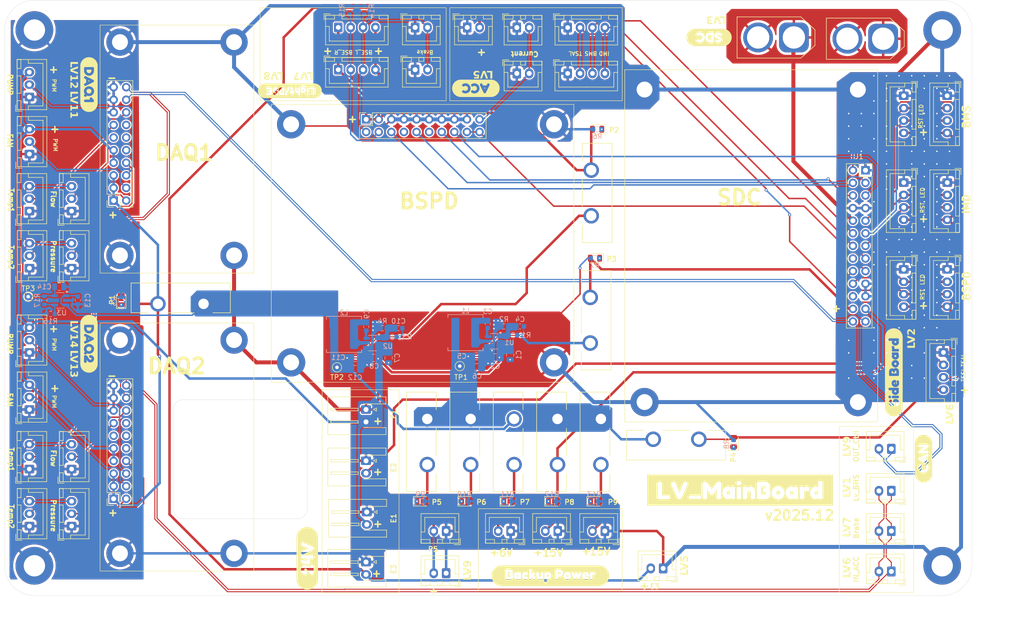
<source format=kicad_pcb>
(kicad_pcb (version 20240108) (generator "pcbnew") (generator_version "8.0")
  (layers (0 "F.Cu" signal) (31 "B.Cu" signal) (34 "B.Paste" user) (35 "F.Paste" user) (36 "B.SilkS" user "B.Silkscreen") (37 "F.SilkS" user "F.Silkscreen") (38 "B.Mask" user) (39 "F.Mask" user) (44 "Edge.Cuts" user))
  (net 0 "")
  (net 1 "GND")
  (net 2 "IMD_RST")
  (net 3 "CAN+")
  (net 4 "SW_Fault")
  (net 5 "Net-(U1-SW)")
  (net 6 "BSPD_signal3")
  (net 7 "IMD_LED")
  (net 8 "BSPD_LED")
  (net 9 "BSPD_RST")
  (net 10 "SDC_OUT")
  (net 11 "BMS_RST")
  (net 12 "BMS_LED")
  (net 13 "IMD_FAULT")
  (net 14 "CAN-")
  (net 15 "TSSI")
  (net 16 "BSPD_signal4")
  (net 17 "BMS_FAULT")
  (net 19 "E1")
  (net 24 "BSE_L_Fault")
  (net 25 "BSE_R_Fault")
  (net 26 "current_init")
  (net 27 "BSE_L_init")
  (net 28 "BSE_R_init")
  (net 30 "BSPD")
  (net 32 "USART1_1")
  (net 33 "TIM1_CH1_1")
  (net 34 "FAN_PWM_1")
  (net 35 "PT_signal_1")
  (net 36 "USART2_1")
  (net 37 "PUMP_PWM_1")
  (net 39 "PT_signal_2")
  (net 40 "PUMP_PWM_2")
  (net 42 "USART2_2")
  (net 43 "FAN_PWM_2")
  (net 45 "USART1_2")
  (net 47 "TIM1_CH1_2")
  (net 48 "Net-(U1-BST)")
  (net 49 "Net-(U1-FB)")
  (net 50 "+15V")
  (net 51 "Net-(U2-SW)")
  (net 52 "Net-(U2-BST)")
  (net 53 "Net-(U2-FB)")
  (net 54 "+6V")
  (net 55 "Net-(D1-K)")
  (net 56 "P1")
  (net 57 "P2")
  (net 58 "Net-(D2-K)")
  (net 59 "P3")
  (net 60 "Net-(D3-K)")
  (net 61 "P4")
  (net 62 "Net-(D4-K)")
  (net 63 "Net-(D5-K)")
  (net 64 "P5")
  (net 65 "P6")
  (net 66 "Net-(D6-K)")
  (net 67 "P7")
  (net 68 "Net-(D7-K)")
  (net 69 "P8")
  (net 70 "Net-(D8-K)")
  (net 71 "Net-(D9-K)")
  (net 72 "P9")
  (net 73 "E2")
  (net 74 "TSAL")
  (net 75 "E3")
  (net 76 "+5V")
  (net 77 "Net-(U3-ADJ)")
  (footprint "Connector_JST:JST_XH_B2B-XH-A_1x02_P2.50mm_Vertical" (layer "F.Cu") (at 172.5 135 180)
    (property "Reference" "J11" (hide yes))
    (property "Value" "Power")
  )
  (footprint "MountingHole:MountingHole_3.2mm_M3_ISO7380_Pad" (layer "F.Cu") (at 109.25 101 180)
    (property "Reference" "H3" (hide yes))
    (property "Value" "MountingHole_Pad" (hide yes))
  )
  (footprint "Connector_JST:JST_XH_S2B-XH-A-1_1x02_P2.50mm_Horizontal" (layer "F.Cu") (at 124.35 110.5 -90)
    (property "Reference" "J6" (hide yes))
    (property "Value" "Power")
  )
  (footprint "MountingHole:MountingHole_4.3mm_M4_ISO7380_Pad" (layer "F.Cu") (at 57.5 34)
    (property "Reference" "H1" (hide yes))
    (property "Value" "MountingHole_Pad")
  )
  (footprint "LED_SMD:LED_0805_2012Metric" (layer "F.Cu") (at 170.5 80 180)
    (property "Reference" "D3" (hide yes))
    (property "Value" "LED_Small")
  )
  (footprint "LED_SMD:LED_0805_2012Metric" (layer "F.Cu") (at 170.5625 129)
    (property "Reference" "D9" (hide yes))
    (property "Value" "LED_Small")
  )
  (footprint "MountingHole:MountingHole_3.2mm_M3_ISO14580_Pad" (layer "F.Cu") (at 74.75 79.435 180)
    (property "Reference" "H1" (hide yes))
    (property "Value" "MountingHole_Pad")
  )
  (footprint "MountingHole:MountingHole_3.2mm_M3_ISO7380_Pad" (layer "F.Cu") (at 223.5 46 90)
    (property "Reference" "H2" (hide yes))
    (property "Value" "MountingHole_Pad")
  )
  (footprint "kibuzzard-6945460C" (layer "F.Cu") (at 193.5 35.5 180)
    (property "Reference" "kibuzzard-6945460C" (hide yes))
    (property "Value" "G***" (hide yes))
  )
  (footprint "MountingHole:MountingHole_3.2mm_M3_ISO14580_Pad" (layer "F.Cu") (at 74.75 96.5 180)
    (property "Reference" "H4" (hide yes))
    (property "Value" "MountingHole_Pad")
  )
  (footprint "Connector_JST:JST_XH_B4B-XH-A_1x04_P2.50mm_Vertical" (layer "F.Cu") (at 165 42.75)
    (property "Reference" "J29" (hide yes))
    (property "Value" "ACC")
  )
  (footprint "178.6164.0001:LITTELFUSE_178.6164.0001" (layer "F.Cu") (at 87 88 180)
    (property "Reference" "F1" (hide yes))
    (property "Value" "178.6164.0001" (hide yes))
  )
  (footprint "kibuzzard-69454C2F" (layer "F.Cu") (at 68.5 97.25 -90)
    (property "Reference" "kibuzzard-69454C2F" (hide yes))
    (property "Value" "G***" (hide yes))
  )
  (footprint "Connector_JST:JST_XH_B3B-XH-A_1x03_P2.50mm_Vertical" (layer "F.Cu") (at 65 82 90)
    (property "Reference" "J40" (hide yes))
    (property "Value" "1-Pressure")
  )
  (footprint "kibuzzard-69454910" (layer "F.Cu") (at 146.5 45.75 180)
    (property "Reference" "kibuzzard-69454910" (hide yes))
    (property "Value" "G***" (hide yes))
  )
  (footprint "Connector_JST:JST_XH_B3B-XH-A_1x03_P2.50mm_Vertical" (layer "F.Cu") (at 56.5 59 90)
    (property "Reference" "J39" (hide yes))
    (property "Value" "1-FAN")
  )
  (footprint "Connector_PinSocket_2.54mm:PinSocket_2x10_P2.54mm_Vertical" (layer "F.Cu") (at 124.375 52.01 90)
    (property "Reference" "J3" (hide yes))
    (property "Value" "Conn_02x10_Odd_Even")
  )
  (footprint "178.6164.0001:LITTELFUSE_178.6164.0001" (layer "F.Cu") (at 144.25 117 -90)
    (property "Reference" "F6" (hide yes))
    (property "Value" "178.6164.0001" (hide yes))
  )
  (footprint "TestPoint:TestPoint_THTPad_D1.5mm_Drill0.7mm" (layer "F.Cu") (at 143.25 101.75)
    (property "Reference" "TP1")
    (property "Value" "TestPoint")
  )
  (footprint "Connector_PinSocket_2.54mm:PinSocket_2x10_P2.54mm_Vertical" (layer "F.Cu") (at 73.47 128.49 180)
    (property "Reference" "J4" (hide yes))
    (property "Value" "Conn_02x10_Odd_Even")
  )
  (footprint "Connector_JST:JST_XH_B3B-XH-A_1x03_P2.50mm_Vertical" (layer "F.Cu") (at 56.5 99 90)
    (property "Reference" "J46" (hide yes))
    (property "Value" "2-PUMP")
  )
  (footprint "Connector_JST:JST_XH_B2B-XH-A_1x02_P2.50mm_Vertical" (layer "F.Cu") (at 140.5 135 180)
    (property "Reference" "J34" (hide yes))
    (property "Value" "Power")
  )
  (footprint "Connector_JST:JST_XH_B2B-XH-A_1x02_P2.50mm_Vertical" (layer "F.Cu") (at 230.25 134.999999 180)
    (property "Reference" "J13" (hide yes))
    (property "Value" "CAN_Brake")
  )
  (footprint "Connector_JST:JST_XH_B3B-XH-A_1x03_P2.50mm_Vertical" (layer "F.Cu") (at 56.5 134 90)
    (property "Reference" "J43" (hide yes))
    (property "Value" "2-Temp2")
  )
  (footprint "178.6164.0001:LITTELFUSE_178.6164.0001" (layer "F.Cu") (at 186.85 117.7)
    (property "Reference" "F4" (hide yes))
    (property "Value" "178.6164.0001" (hide yes))
  )
  (footprint "kibuzzard-69454B20" (layer "F.Cu") (at 68.5 45 -90)
    (property "Reference" "kibuzzard-69454B20" (hide yes))
    (property "Value" "G***" (hide yes))
  )
  (footprint "178.6164.0001:LITTELFUSE_178.6164.0001" (layer "F.Cu") (at 170.5 117 -90)
    (property "Reference" "F9" (hide yes))
    (property "Value" "178.6164.0001" (hide yes))
  )
  (footprint "LED_SMD:LED_0805_2012Metric" (layer "F.Cu") (at 135.5625 129)
    (property "Reference" "D5" (hide yes))
    (property "Value" "LED_Small")
  )
  (footprint "Connector_JST:JST_XH_B2B-XH-A_1x02_P2.50mm_Vertical" (layer "F.Cu") (at 140.5 143.5 180)
    (property "Reference" "J35" (hide yes))
    (property "Value" "Power")
  )
  (footprint "MountingHole:MountingHole_3.2mm_M3_ISO14580_Pad" (layer "F.Cu") (at 74.75 139.5 180)
    (property "Reference" "H1" (hide yes))
    (property "Value" "MountingHole_Pad")
  )
  (footprint "Connector_JST:JST_XH_B4B-XH-A_1x04_P2.50mm_Vertical" (layer "F.Cu") (at 232.75 82.25 -90)
    (property "Reference" "J17" (hide yes))
    (property "Value" "SideBoard")
  )
  (footprint "Connector_JST:JST_XH_B4B-XH-A_1x04_P2.50mm_Vertical" (layer "F.Cu") (at 232.75 47.25 -90)
    (property "Reference" "J18" (hide yes))
    (property "Value" "SideBoard")
  )
  (footprint "Connector_JST:JST_XH_B2B-XH-A_1x02_P2.50mm_Vertical" (layer "F.Cu") (at 163 135 180)
    (property "Reference" "J10" (hide yes))
    (property "Value" "Power")
  )
  (footprint "Connector_JST:JST_XH_B4B-XH-A_1x04_P2.50mm_Vertical" (layer "F.Cu") (at 118.75 42)
    (property "Reference" "J33" (hide yes))
    (property "Value" "BSE")
  )
  (footprint "TestPoint:TestPoint_THTPad_D1.5mm_Drill0.7mm" (layer "F.Cu") (at 118.5 102)
    (property "Reference" "TP2")
    (property "Value" "TestPoint")
  )
  (footprint "Connector_JST:JST_XH_B4B-XH-A_1x04_P2.50mm_Vertical" (layer "F.Cu") (at 232.75 64.75 -90)
    (property "Reference" "J20" (hide yes))
    (property "Value" "SideBoard")
  )
  (footprint "Connector_JST:JST_XH_B4B-XH-A_1x04_P2.50mm_Vertical" (layer "F.Cu") (at 241.5 47.25 -90)
    (property "Reference" "J19" (hide yes))
    (property "Value" "SideBoard")
  )
  (footprint "Connector_JST:JST_XH_B4B-XH-A_1x04_P2.50mm_Vertical" (layer "F.Cu") (at 165 33.5)
    (property "Reference" "J26" (hide yes))
    (property "Value" "ACC")
  )
  (footprint "Connector_PinSocket_2.54mm:PinSocket_2x13_P2.54mm_Vertical" (layer "F.Cu") (at 225.04 62.275)
    (property "Reference" "J1")
    (property "Value" "Conn_02x13_Odd_Even")
  )
  (footprint "Connector_JST:JST_XH_B2B-XH-A_1x02_P2.50mm_Vertical" (layer "F.Cu") (at 153.5 135 180)
    (property "Reference" "J9" (hide yes))
    (property "Value" "Power")
  )
  (footprint "MountingHole:MountingHole_3.2mm_M3_ISO14580_Pad" (layer "F.Cu") (at 97.75 96.5 180)
    (property "Reference" "H3" (hide yes))
    (property "Value" "MountingHole_Pad")
  )
  (footprint "MountingHole:MountingHole_3.2mm_M3_ISO7380_Pad" (layer "F.Cu") (at 180.5 109 90)
    (property "Reference" "H1" (hide yes))
    (property "Value" "MountingHole_Pad")
  )
  (footprint "TestPoint:TestPoint_THTPad_D1.5mm_Drill0.7mm" (layer "F.Cu") (at 56.25 87.75)
    (property "Reference" "TP3")
    (property "Value" "TestPoint")
  )
  (footprint "Connector_JST:JST_XH_B2B-XH-A_1x02_P2.50mm_Vertical" (layer "F.Cu") (at 230.25 126.899999 180)
    (property "Reference" "J14" (hide yes))
    (property "Value" "CAN_lvbms")
  )
  (footprint "Connector_AMASS:AMASS_XT60-M_1x02_P7.20mm_Vertical" (layer "F.Cu") (at 210.6 35.5 180)
    (property "Reference" "J23" (hide yes))
    (property "Value" "SDC OUT")
  )
  (footprint "Connector_PinSocket_2.54mm:PinSocket_2x10_P2.54mm_Vertical" (layer "F.Cu") (at 73.47 68.375 180)
    (property "Reference" "J2" (hide yes))
    (property "Value" "Conn_02x10_Odd_Even")
  )
  (footprint "Connector_JST:JST_XH_S2B-XH-A-1_1x02_P2.50mm_Horizontal" (layer "F.Cu") (at 124.5 131.166666 -90)
    (property "Reference" "J7" (hide yes))
    (property "Value" "Power")
  )
  (footprint "Connector_JST:JST_XH_B3B-XH-A_1x03_P2.50mm_Vertical" (layer "F.Cu") (at 65 134 90)
    (property "Reference" "J44" (hide yes))
    (property "Value" "2-Pressure")
  )
  (footprint "kibuzzard-69455236" (layer "F.Cu") (at 199.75 126.75)
    (property "Reference" "kibuzzard-69455236" (hide yes))
    (property "Value" "G***" (hide yes))
  )
  (footprint "Connector_JST:JST_XH_B2B-XH-A_1x02_P2.50mm_Vertical" (layer "F.Cu") (at 154.75 33.5)
    (property "Reference" "J25" (hide yes))
    (property "Value" "ACC")
  )
  (footprint "Connector_JST:JST_XH_B4B-XH-A_1x04_P2.50mm_Vertical" (layer "F.Cu") (at 241.5 82.25 -90)
    (property "Reference" "J16" (hide yes))
    (property "Value" "SideBoard")
  )
  (footprint "Connector_JST:JST_XH_B3B-XH-A_1x03_P2.50mm_Vertical" (layer "F.Cu") (at 56.475 122.5 90)
    (property "Reference" "J42" (hide yes))
    (property "Value" "2-Temp1")
  )
  (footprint "kibuzzard-6936E50D" (layer "F.Cu") (at 161.5 144)
    (property "Reference" "kibuzzard-6936E50D" (hide yes))
    (property "Value" "G***" (hide yes))
  )
  (footprint "MountingHole:MountingHole_3.2mm_M3_ISO14580_Pad" (layer "F.Cu") (at 97.75 139.5 180)
    (property "Reference" "H2" (hide yes))
    (property "Value" "MountingHole_Pad")
  )
  (footprint "MountingHole:MountingHole_3.2mm_M3_ISO7380_Pad" (layer "F.Cu") (at 180.5 46 90)
    (property "Reference" "H3" (hide yes))
    (property "Value" "MountingHole_Pad")
  )
  (footprint "MountingHole:MountingHole_3.2mm_M3_ISO7380_Pad" (layer "F.Cu") (at 223.5 109 90)
    (property "Reference" "H4" (hide yes))
    (property "Value" "MountingHole_Pad")
  )
  (footprint "Connector_JST:JST_XH_B2B-XH-A_1x02_P2.50mm_Vertical" (layer "F.Cu") (at 134.25 42)
    (property "Reference" "J32" (hide yes))
    (property "Value" "Brake Light")
  )
  (footprint "LED_SMD:LED_0805_2012Metric" (layer "F.Cu") (at 153.0625 129)
    (property "Reference" "D7" (hide yes))
    (property "Value" "LED_Small")
  )
  (footprint "MountingHole:MountingHole_3.2mm_M3_ISO14580_Pad" (layer "F.Cu") (at 97.75 36.435 180)
    (property "Reference" "H3" (hide yes))
    (property "Value" "MountingHole_Pad")
  )
  (footprint "Connector_JST:JST_XH_B2B-XH-A_1x02_P2.50mm_Vertical" (layer "F.Cu") (at 184.25 142.525 180)
    (property "Reference" "J28" (hide yes))
    (property "Value" "ACC_PRW")
  )
  (footprint "LED_SMD:LED_0805_2012Metric" (layer "F.Cu") (at 162.0625 129)
    (property "Reference" "D8" (hide yes))
    (property "Value" "LED_Small")
  )
  (footprint "Connector_JST:JST_XH_B3B-XH-A_1x03_P2.50mm_Vertical" (layer "F.Cu") (at 65 122.5 90)
    (property "Reference" "J45" (hide yes))
    (property "Value" "2-Flow")
  )
  (footprint "Connector_JST:JST_XH_B4B-XH-A_1x04_P2.50mm_Vertical" (layer "F.Cu") (at 241.525 64.75 -90)
    (property "Reference" "J21" (hide yes))
    (property "Value" "SideBoard")
  )
  (footprint "Connector_JST:JST_XH_B3B-XH-A_1x03_P2.50mm_Vertical" (layer "F.Cu") (at 56.475 70.5 90)
    (property "Reference" "J36" (hide yes))
    (property "Value" "1-Temp1")
  )
  (footprint "178.6164.0001:LITTELFUSE_178.6164.0001" (layer "F.Cu") (at 170.95 66.85 90)
    (property "Reference" "F2" (hide yes))
    (property "Value" "178.6164.0001" (hide yes))
  )
  (footprint "kibuzzard-69454637" (layer "F.Cu") (at 236.75 120.399999 90)
    (property "Reference" "kibuzzard-69454637" (hide yes))
    (property "Value" "G***" (hide yes))
  )
  (footprint "kibuzzard-6945462F" (layer "F.Cu") (at 230.75 103 90)
    (property "Reference" "kibuzzard-6945462F" (hide yes))
    (property "Value" "G***" (hide yes))
  )
  (footprint "MountingHole:MountingHole_3.2mm_M3_ISO7380_Pad" (layer "F.Cu") (at 162.25 53 180)
    (property "Reference" "H1" (hide yes))
    (property "Value" "MountingHole_Pad" (hide yes))
  )
  (footprint "LED_SMD:LED_0805_2012Metric" (layer "F.Cu") (at 75 88.4375 90)
    (property "Reference" "D1" (hide yes))
    (property "Value" "LED_Small")
  )
  (footprint "kibuzzard-6936E4B2" (layer "F.Cu") (at 112.5 140.5 90)
    (property "Reference" "kibuzzard-6936E4B2" (hide yes))
    (property "Value" "G***" (hide yes))
  )
  (footprint "kibuzzard-69454A4D" (layer "F.Cu") (at 109 46.25 180)
    (property "Reference" "kibuzzard-69454A4D" (hide yes))
    (property "Value" "G***" (hide yes))
  )
  (footprint "Connector_JST:JST_XH_B3B-XH-A_1x03_P2.50mm_Vertical" (layer "F.Cu") (at 56.475 47.5 90)
    (property "Reference" "J38" (hide yes))
    (property "Value" "1-PUMP")
  )
  (footprint "Connector_JST:JST_XH_B3B-XH-A_1x03_P2.50mm_Vertical" (layer "F.Cu") (at 56.5 110.5 90)
    (property "Reference" "J47" (hide yes))
    (property "Value" "2-FAN")
  )
  (footprint "Connector_JST:JST_XH_S2B-XH-A-1_1x02_P2.50mm_Horizontal" (layer "F.Cu") (at 124.35 120.833333 -90)
    (property "Reference" "J5" (hide yes))
    (property "Value" "Power")
  )
  (footprint "MountingHole:MountingHole_3.2mm_M3_ISO7380_Pad" (layer "F.Cu") (at 109.25 53 180)
    (property "Reference" "H2" (hide yes))
    (property "Value" "MountingHole_Pad" (hide yes))
  )
  (footprint "178.6164.0001:LITTELFUSE_178.6164.0001" (layer "F.Cu") (at 170.75 92.5 90)
    (property "Reference" "F3" (hide yes))
    (property "Value" "178.6164.0001" (hide yes))
  )
  (footprint "Connector_JST:JST_XH_B2B-XH-A_1x02_P2.50mm_Vertical" (layer "F.Cu") (at 144.75 33.475)
    (property "Reference" "J27" (hide yes))
    (property "Value" "ACC_PWR")
  )
  (footprint "Connector_JST:JST_XH_B4B-XH-A_1x04_P2.50mm_Vertical" (layer "F.Cu") (at 240.75 99 -90)
    (property "Reference" "J24" (hide yes))
    (property "Value" "Mainhoop-Light")
  )
  (footprint "LED_SMD:LED_0805_2012Metric" (layer "F.Cu") (at 170.9375 54 180)
    (property "Reference" "D2" (hide yes))
    (property "Value" "LED_Small")
  )
  (footprint "MountingHole:MountingHole_4.3mm_M4_ISO7380_Pad" (layer "F.Cu") (at 240.5 142)
    (property "Reference" "H4" (hide yes))
    (property "Value" "MountingHole_Pad")
  )
  (footprint "Connector_JST:JST_XH_B2B-XH-A_1x02_P2.50mm_Vertical" (layer "F.Cu") (at 230.25 118.424999 180)
    (property "Reference" "J15" (hide yes))
    (property "Value" "CAN")
  )
  (footprint "MountingHole:MountingHole_3.2mm_M3_ISO7380_Pad" (layer "F.Cu") (at 162.25 101 180)
    (property "Reference" "H4" (hide yes))
    (property "Value" "MountingHole_Pad" (hide yes))
  )
  (footprint "MountingHole:MountingHole_4.3mm_M4_ISO7380_Pad" (layer "F.Cu") (at 240.5 34)
    (property "Reference" "H2" (hide yes))
    (property "Value" "MountingHole_Pad")
  )
  (footprint "LED_SMD:LED_0805_2012Metric" (layer "F.Cu") (at 198.45 117.0625 90)
    (property "Reference" "D4" (hide yes))
    (property "Value" "LED_Small")
  )
  (footprint "MountingHole:MountingHole_3.2mm_M3_ISO14580_Pad" (layer "F.Cu") (at 97.75 79.435 180)
    (property "Reference" "H2" (hide yes))
    (property "Value" "MountingHole_Pad")
  )
  (footprint "178.6164.0001:LITTELFUSE_178.6164.0001" (layer "F.Cu") (at 153 117 -90)
    (property "Reference" "F7" (hide yes))
    (property "Value" "178.6164.0001" (hide yes))
  )
  (footprint "178.6164.0001:LITTELFUSE_178.6164.0001" (layer "F.Cu") (at 161.75 117 -90)
    (property "Reference" "F8" (hide yes))
    (property "Value" "178.6164.0001" (hide yes))
  )
  (footprint "MountingHole:MountingHole_4.3mm_M4_ISO7380_Pad" (layer "F.Cu") (at 57.5 142)
    (property "Reference" "H3" (hide yes))
    (property "Value" "MountingHole_Pad")
  )
  (footprint "178.6164.0001:LITTELFUSE_178.6164.0001" (layer "F.Cu") (at 135.5 117 -90)
    (property "Reference" "F5" (hide yes))
    (property "Value" "178.6164.0001" (hide yes))
  )
  (footprint "Connector_AMASS:AMASS_XT60-M_1x02_P7.20mm_Vertical" (layer "F.Cu") (at 228.6 35.75 180)
    (property "Reference" "J22" (hide yes))
    (property "Value" "SDC OUT")
  )
  (footprint "Connector_JST:JST_XH_B3B-XH-A_1x03_P2.50mm_Vertical" (layer "F.Cu") (at 65 70.5 90)
    (property "Reference" "J41" (hide yes))
    (property "Value" "1-Flow")
  )
  (footprint "LED_SMD:LED_0805_2012Metric" (layer "F.Cu") (at 144.5625 129)
    (property "Reference" "D6" (hide yes))
    (property "Value" "LED_Small")
  )
  (footprint "Connector_JST:JST_XH_S2B-XH-A-1_1x02_P2.50mm_Horizontal" (layer "F.Cu") (at 124.35 141.25 -90)
    (property "Reference" "J8" (hide yes))
    (property "Value" "Power")
  )
  (footprint "Connector_JST:JST_XH_B3B-XH-A_1x03_P2.50mm_Vertical" (layer "F.Cu") (at 56.5 82 90)
    (property "Reference" "J37" (hide yes))
    (property "Value" "1-Temp2")
  )
  (footprint "Connector_JST:JST_XH_B4B-XH-A_1x04_P2.50mm_Vertical" (layer "F.Cu") (at 118.75 33.475)
    (property "Reference" "J30" (hide yes))
    (property "Value" "BSE")
  )
  (footprint "Connector_JST:JST_XH_B2B-XH-A_1x02_P2.50mm_Vertical" (layer "F.Cu") (at 134.25 33.475)
    (property "Reference" "J31" (hide yes))
    (property "Value" "Brake Light")
  )
  (footprint "Connector_JST:JST_XH_B2B-XH-A_1x02_P2.50mm_Vertical" (layer "F.Cu") (at 230.25 143.149999 180)
    (property "Reference" "J12" (hide yes))
    (property "Value" "CAN")
  )
  (footprint "MountingHole:MountingHole_3.2mm_M3_ISO14580_Pad" (layer "F.Cu") (at 74.75 36.435 180)
    (property "Reference" "H4" (hide yes))
    (property "Value" "MountingHole_Pad")
  )
  (footprint "Connector_JST:JST_XH_B2B-XH-A_1x02_P2.50mm_Vertical" (layer "F.Cu") (at 154.75 42.75)
    (property "Reference" "J48" (hide yes))
    (property "Value" "ACC")
  )
  (footprint "Capacitor_SMD:C_0603_1608Metric" (layer "B.Cu") (at 124.4 93.825 -90)
    (property "Reference" "C9")
    (property "Value" "100n")
  )
  (footprint "Capacitor_SMD:C_0805_2012Metric" (layer "B.Cu") (at 153.4 99.5 -90)
    (property "Reference" "C1")
    (property "Value" "10u")
  )
  (footprint "Resistor_SMD:R_0603_1608Metric" (layer "B.Cu") (at 135.325 129 180)
    (property "Reference" "R9")
    (property "Value" "10k")
  )
  (footprint "Resistor_SMD:R_0603_1608Metric" (layer "B.Cu") (at 60.75 91.25)
    (property "Reference" "R16")
    (property "Value" "100k")
  )
  (footprint "Resistor_SMD:R_0603_1608Metric" (layer "B.Cu") (at 75 88.675 -90)
    (property "Reference" "R5")
    (property "Value" "10k")
  )
  (footprint "Capacitor_SMD:C_0805_2012Metric" (layer "B.Cu") (at 122.15 102.35)
    (property "Reference" "C12")
    (property "Value" "22u")
  )
  (footprint "Capacitor_SMD:C_0603_1608Metric" (layer "B.Cu") (at 66.25 88.5 -90)
    (property "Reference" "C13")
    (property "Value" "1u")
  )
  (footprint "Resistor_SMD:R_0603_1608Metric" (layer "B.Cu") (at 127.65 94.1 180)
    (property "Reference" "R4")
    (property "Value" "30k1")
  )
  (footprint "Resistor_SMD:R_0603_1608Metric" (layer "B.Cu") (at 152.825 129 180)
    (property "Reference" "R11")
    (property "Value" "10k")
  )
  (footprint "Capacitor_SMD:C_0805_2012Metric" (layer "B.Cu") (at 122.2 100.1)
    (property "Reference" "C11")
    (property "Value" "22u")
  )
  (footprint "Resistor_SMD:R_0603_1608Metric" (layer "B.Cu") (at 59.5 88.5 -90)
    (property "Reference" "R17")
    (property "Value" "301k")
  )
  (footprint "Resistor_SMD:R_0603_1608Metric" (layer "B.Cu") (at 198.45 117.5 -90)
    (property "Reference" "R8")
    (property "Value" "10k")
  )
  (footprint "Package_TO_SOT_SMD:TSOT-23-6" (layer "B.Cu") (at 125.65 97.1 180)
    (property "Reference" "U2")
    (property "Value" "AP63200WU")
  )
  (footprint "Resistor_SMD:R_0603_1608Metric" (layer "B.Cu") (at 171 54)
    (property "Reference" "R6")
    (property "Value" "10k")
  )
  (footprint "Capacitor_SMD:C_0805_2012Metric" (layer "B.Cu") (at 146.65 102)
    (property "Reference" "C6")
    (property "Value" "22u")
  )
  (footprint "Inductor_SMD:L_Coilcraft_XAL6060-XXX" (layer "B.Cu") (at 119.9 95.35 180)
    (property "Reference" "L2")
    (property "Value" "15uH")
  )
  (footprint "Resistor_SMD:R_0603_1608Metric" (layer "B.Cu") (at 144.175 129 180)
    (property "Reference" "R10")
    (property "Value" "10k")
  )
  (footprint "Capacitor_SMD:C_0805_2012Metric" (layer "B.Cu") (at 146.6 99.75)
    (property "Reference" "C5")
    (property "Value" "22u")
  )
  (footprint "Capacitor_SMD:C_0805_2012Metric" (layer "B.Cu") (at 150.35 100 180)
    (property "Reference" "C2")
    (property "Value" "10u")
  )
  (footprint "Resistor_SMD:R_0603_1608Metric" (layer "B.Cu") (at 161.825 129 180)
    (property "Reference" "R12")
    (property "Value" "10k")
  )
  (footprint "Resistor_SMD:R_0603_1608Metric" (layer "B.Cu") (at 170.325 129 180)
    (property "Reference" "R13")
    (property "Value" "10k")
  )
  (footprint "Capacitor_SMD:C_0805_2012Metric" (layer "B.Cu") (at 128.9 100.1 -90)
    (property "Reference" "C7")
    (property "Value" "10u")
  )
  (footprint "Capacitor_SMD:C_0603_1608Metric" (layer "B.Cu") (at 148.9 93.275 -90)
    (property "Reference" "C3")
    (property "Value" "100n")
  )
  (footprint "Package_TO_SOT_SMD:TSOT-23-6" (layer "B.Cu") (at 150.15 96.75 180)
    (property "Reference" "U1")
    (property "Value" "AP63200WU")
  )
  (footprint "Resistor_SMD:R_0603_1608Metric" (layer "B.Cu") (at 152.15 93.75 180)
    (property "Reference" "R2")
    (property "Value" "30k1")
  )
  (footprint "Capacitor_SMD:C_0805_2012Metric" (layer "B.Cu") (at 62.5 85.75)
    (property "Reference" "C14")
    (property "Value" "10u")
  )
  (footprint "Resistor_SMD:R_0603_1608Metric" (layer "B.Cu") (at 170.5 80)
    (property "Reference" "R7")
    (property "Value" "10k")
  )
  (footprint "Inductor_SMD:L_Coilcraft_XAL6060-XXX" (layer "B.Cu") (at 144.4 95 180)
    (property "Reference" "L1")
    (property "Value" "15uH")
  )
  (footprint "Resistor_SMD:R_0603_1608Metric" (layer "B.Cu") (at 153.975 95.5 180)
    (property "Reference" "R1")
    (property "Value" "534k")
  )
  (footprint "Resistor_SMD:R_0603_1608Metric" (layer "B.Cu") (at 129.65 95.85 180)
    (property "Reference" "R3")
    (property "Value" "534k")
  )
  (footprint "Resistor_SMD:R_0603_1608Metric" (layer "B.Cu") (at 124 30 -90)
    (property "Reference" "R14")
    (property "Value" "150R")
  )
  (footprint "Resistor_SMD:R_0603_1608Metric" (layer "B.Cu") (at 121 30 90)
    (property "Reference" "R15")
    (property "Value" "150R")
  )
  (footprint "Capacitor_SMD:C_0603_1608Metric" (layer "B.Cu") (at 155.4 93.75 180)
    (property "Reference" "C4")
    (property "Value" "12p")
  )
  (footprint "Capacitor_SMD:C_0603_1608Metric" (layer "B.Cu") (at 130.9 94.1 180)
    (property "Reference" "C10")
    (property "Value" "12p")
  )
  (footprint "Capacitor_SMD:C_0805_2012Metric" (layer "B.Cu") (at 125.85 100.1 180)
    (property "Reference" "C8")
    (property "Value" "10u")
  )
  (footprint "Package_TO_SOT_SMD:SOT-23-5" (layer "B.Cu") (at 62.75 88.5 180)
    (property "Reference" "U3")
    (property "Value" "AP2204K-ADJ")
  )
  (gr_rect (start 105.25 49) (end 166.25 105) (stroke (width 0.1)) (fill none) (layer "F.SilkS"))
  (gr_rect (start 115.5 106.5) (end 131 147.5) (stroke (width 0.1)) (fill none) (layer "F.SilkS"))
  (gr_rect (start 147 130.5) (end 176 147) (stroke (width 0.1)) (fill none) (layer "F.SilkS"))
  (gr_rect (start 70.735 93.065) (end 101.735 143.065) (stroke (width 0.1)) (fill none) (layer "F.SilkS"))
  (gr_rect (start 103 29.5) (end 140.5 48.25) (stroke (width 0.1)) (fill none) (layer "F.SilkS"))
  (gr_rect (start 70.735 33) (end 101.735 83) (stroke (width 0.1)) (fill none) (layer "F.SilkS"))
  (gr_rect (start 141.25 29.5) (end 176 48.25) (stroke (width 0.1)) (fill none) (layer "F.SilkS"))
  (gr_rect (start 219.75 113.899999) (end 234.75 147.399999) (stroke (width 0.1)) (fill none) (layer "F.SilkS"))
  (gr_rect (start 176.5 42) (end 227.5 113) (stroke (width 0.1)) (fill none) (layer "F.SilkS"))
  (gr_line (start 110.5 132.5) (end 87.5 132.5) (stroke (width 0.05)) (layer "Edge.Cuts"))
  (gr_arc (start 87.5 132.5) (mid 86.085786 131.914214) (end 85.5 130.5) (stroke (width 0.05)) (layer "Edge.Cuts"))
  (gr_line (start 240.5 148) (end 57.5 148) (stroke (width 0.05)) (layer "Edge.Cuts"))
  (gr_line (start 87.5 108.5) (end 110.5 108.5) (stroke (width 0.05)) (layer "Edge.Cuts"))
  (gr_arc (start 51.5 34) (mid 53.257359 29.757359) (end 57.5 28) (stroke (width 0.05)) (layer "Edge.Cuts"))
  (gr_arc (start 246.5 142) (mid 244.742641 146.242641) (end 240.5 148) (stroke (width 0.05)) (layer "Edge.Cuts"))
  (gr_arc (start 110.5 108.5) (mid 111.914214 109.085786) (end 112.5 110.5) (stroke (width 0.05)) (layer "Edge.Cuts"))
  (gr_arc (start 240.5 28) (mid 244.742641 29.757359) (end 246.5 34) (stroke (width 0.05)) (layer "Edge.Cuts"))
  (gr_line (start 85.5 130.5) (end 85.5 110.5) (stroke (width 0.05)) (layer "Edge.Cuts"))
  (gr_arc (start 57.5 148) (mid 53.257359 146.242641) (end 51.5 142) (stroke (width 0.05)) (layer "Edge.Cuts"))
  (gr_line (start 57.5 28) (end 240.5 28) (stroke (width 0.05)) (layer "Edge.Cuts"))
  (gr_line (start 246.5 34) (end 246.5 142) (stroke (width 0.05)) (layer "Edge.Cuts"))
  (gr_arc (start 112.5 130.5) (mid 111.914214 131.914214) (end 110.5 132.5) (stroke (width 0.05)) (layer "Edge.Cuts"))
  (gr_arc (start 85.5 110.5) (mid 86.085786 109.085786) (end 87.5 108.5) (stroke (width 0.05)) (layer "Edge.Cuts"))
  (gr_line (start 51.5 142) (end 51.5 34) (stroke (width 0.05)) (layer "Edge.Cuts"))
  (gr_line (start 112.5 110.5) (end 112.5 130.5) (stroke (width 0.05)) (layer "Edge.Cuts"))
  (gr_text "BSPD" (at 246.25 88.75 90) (layer "F.SilkS") (effects (font (size 1.5 1.5) (thickness 0.3) (bold yes)) (justify left bottom)))
  (gr_text "Temp1" (at 52.25 65.75 270) (layer "F.SilkS") (effects (font (size 1 1) (thickness 0.25) (bold yes)) (justify left bottom)))
  (gr_text "P2" (at 173.25 54.75 0) (layer "F.SilkS") (effects (font (size 1 1) (thickness 0.2) (bold yes)) (justify left bottom)))
  (gr_text "LV8" (at 107.75 42.25 180) (layer "F.SilkS") (effects (font (size 1.5 1.5) (thickness 0.2) (bold yes)) (justify left bottom)))
  (gr_text "LV12" (at 64.5 40.25 270) (layer "F.SilkS") (effects (font (size 1.5 1.5) (thickness 0.2) (bold yes)) (justify left bottom)))
  (gr_text "+" (at 237.5 73.25 90) (layer "F.SilkS") (effects (font (size 1.5 1.5) (thickness 0.3) (bold yes)) (justify left bottom)))
  (gr_text "P5" (at 137.5 129.75 0) (layer "F.SilkS") (effects (font (size 1 1) (thickness 0.2) (bold yes)) (justify left bottom)))
  (gr_text "P9" (at 173 129.75 0) (layer "F.SilkS") (effects (font (size 1 1) (thickness 0.2) (bold yes)) (justify left bottom)))
  (gr_text "Pressure" (at 60.75 128.5 270) (layer "F.SilkS") (effects (font (size 1 1) (thickness 0.25) (bold yes)) (justify left bottom)))
  (gr_text "P1" (at 73.75 89.5 90) (layer "F.SilkS") (effects (font (size 1 1) (thickness 0.2) (bold yes)) (justify left bottom)))
  (gr_text "BSE_R" (at 121.75 38 180) (layer "F.SilkS") (effects (font (size 0.8 0.8) (thickness 0.15) (bold yes)) (justify left bottom)))
  (gr_text "Flow" (at 60.75 118.5 270) (layer "F.SilkS") (effects (font (size 1 1) (thickness 0.25) (bold yes)) (justify left bottom)))
  (gr_text "+" (at 159.75 140.5 90) (layer "F.SilkS") (effects (font (size 1.5 1.5) (thickness 0.3) (bold yes)) (justify left bottom)))
  (gr_text "PWM" (at 61 107.5 270) (layer "F.SilkS") (effects (font (size 0.8 0.8) (thickness 0.15) (bold yes)) (justify left bottom)))
  (gr_text "+" (at 151 140.5 90) (layer "F.SilkS") (effects (font (size 1.5 1.5) (thickness 0.3) (bold yes)) (justify left bottom)))
  (gr_text "+" (at 127.5 114 90) (layer "F.SilkS") (effects (font (size 1.5 1.5) (thickness 0.3) (bold yes)) (justify left bottom)))
  (gr_text "LED" (at 237 85.5 90) (layer "F.SilkS") (effects (font (size 0.8 0.8) (thickness 0.15) (bold yes)) (justify left bottom)))
  (gr_text "Pressure" (at 60.75 76.25 270) (layer "F.SilkS") (effects (font (size 1 1) (thickness 0.25) (bold yes)) (justify left bottom)))
  (gr_text "LED" (at 237 68 90) (layer "F.SilkS") (effects (font (size 0.8 0.8) (thickness 0.15) (bold yes)) (justify left bottom)))
  (gr_text "v2025.12" (at 204.5 133 0) (layer "F.SilkS") (effects (font (size 2 2) (thickness 0.4) (bold yes)) (justify left bottom)))
  (gr_text "LV13" (at 64.5 98.5 270) (layer "F.SilkS") (effects (font (size 1.5 1.5) (thickness 0.2) (bold yes)) (justify left bottom)))
  (gr_text "LV2" (at 235.25 98.25 90) (layer "F.SilkS") (effects (font (size 1.5 1.5) (thickness 0.2) (bold yes)) (justify left bottom)))
  (gr_text "PWM" (at 61.25 55.75 270) (layer "F.SilkS") (effects (font (size 0.8 0.8) (thickness 0.15) (bold yes)) (justify left bottom)))
  (gr_text "RST" (at 237 88.5 90) (layer "F.SilkS") (effects (font (size 0.8 0.8) (thickness 0.15) (bold yes)) (justify left bottom)))
  (gr_text "IMD" (at 173.5 38.25 180) (layer "F.SilkS") (effects (font (size 0.8 0.8) (thickness 0.15) (bold yes)) (justify left bottom)))
  (gr_text "E3" (at 130.5 143.75 90) (layer "F.SilkS") (effects (font (size 1 1) (thickness 0.2) (bold yes)) (justify left bottom)))
  (gr_text "FAN" (at 52 107 270) (layer "F.SilkS") (effects (font (size 1 1) (thickness 0.25) (bold yes)) (justify left bottom)))
  (gr_text "15V" (at 159.75 140.25 0) (layer "F.SilkS") (effects (font (size 1.5 1.5) (thickness 0.3) (bold yes)) (justify left bottom)))
  (gr_text "P5" (at 136.75 139.25 0) (layer "F.SilkS") (effects (font (size 1 1) (thickness 0.2) (bold yes)) (justify left bottom)))
  (gr_text "+" (at 219.94 91.31 90) (layer "F.SilkS") (effects (font (size 1.5 1.5) (thickness 0.3) (bold yes)) (justify left bottom)))
  (gr_text "LV5" (at 189.5 144 90) (layer "F.SilkS") (effects (font (size 1.5 1.5) (thickness 0.2) (bold yes)) (justify left bottom)))
  (gr_text "+" (at 237.5 90.75 90) (layer "F.SilkS") (effects (font (size 1.5 1.5) (thickness 0.3) (bold yes)) (justify left bottom)))
  (gr_text "+" (at 181.25 147.25 90) (layer "F.SilkS") (effects (font (size 1.5 1.5) (thickness 0.3) (bold yes)) (justify left bottom)))
  (gr_text "Temp2" (at 52.25 129.5 270) (layer "F.SilkS") (effects (font (size 1 1) (thickness 0.25) (bold yes)) (justify left bottom)))
  (gr_text "LV6\n" (at 222.25 144.5 90) (layer "F.SilkS") (effects (font (size 1.5 1.5) (thickness 0.2) (bold yes)) (justify left bottom)))
  (gr_text "SDC" (at 194.75 69.5 0) (layer "F.SilkS") (effects (font (size 3 3) (thickness 0.6) (bold yes)) (justify left bottom)))
  (gr_text "Temp1" (at 52.25 118 270) (layer "F.SilkS") (effects (font (size 1 1) (thickness 0.25) (bold yes)) (justify left bottom)))
  (gr_text "LV3" (at 197 31 180) (layer "F.SilkS") (effects (font (size 1.5 1.5) (thickness 0.2) (bold yes)) (justify left bottom)))
  (gr_text "LV7\n\n" (at 224.75 136.25 90) (layer "F.SilkS") (effects (font (size 1.5 1.5) (thickness 0.2) (bold yes)) (justify left bottom)))
  (gr_text "IN_ACC\n" (at 223.75 145.399999 90) (layer "F.SilkS") (effects (font (size 1 1) (thickness 0.2) (bold yes)) (justify left bottom)))
  (gr_text "LV1\n" (at 222.25 128.25 90) (layer "F.SilkS") (effects (font (size 1.5 1.5) (thickness 0.2) (bold yes)) (justify left bottom)))
  (gr_text "BMS" (at 246.25 54 90) (layer "F.SilkS") (effects (font (size 1.5 1.5) (thickness 0.3) (bold yes)) (justify left bottom)))
  (gr_text "+" (at 127.5 124.25 90) (layer "F.SilkS") (effects (font (size 1.5 1.5) (thickness 0.3) (bold yes)) (justify left bottom)))
  (gr_text "BSE_L" (at 125.75 38 180) (layer "F.SilkS") (effects (font (size 0.8 0.8) (thickness 0.15) (bold yes)) (justify left bottom)))
  (gr_text "PWM" (at 61 43.75 270) (layer "F.SilkS") (effects (font (size 0.8 0.8) (thickness 0.15) (bold yes)) (justify left bottom)))
  (gr_text "+" (at 74.45 70.535 180) (layer "F.SilkS") (effects (font (size 1.5 1.5) (thickness 0.3) (bold yes)) (justify left bottom)))
  (gr_text "LV6\n" (at 243 113.5 90) (layer "F.SilkS") (effects (font (size 1.5 1.5) (thickness 0.2) (bold yes)) (justify left bottom)))
  (gr_text "+" (at 245.75 107.75 90) (layer "F.SilkS") (effects (font (size 1.5 1.5) (thickness 0.3) (bold yes)) (justify left bottom)))
  (gr_text "LED" (at 236.75 51.25 90) (layer "F.SilkS") (effects (font (size 0.8 0.8) (thickness 0.15) (bold yes)) (justify left bottom)))
  (gr_text "+" (at 74.45 130.6 180) (layer "F.SilkS") (effects (font (size 1.5 1.5) (thickness 0.3) (bold yes)) (justify left bottom)))
  (gr_text "+" (at 148.75 37.75 180) (layer "F.SilkS") (effects (font (size 1.5 1.5) (thickness 0.3) (bold yes)) (justify left bottom)))
  (gr_text "RST" (at 236.644295 53.960839 90) (layer "F.SilkS") (effects (font (size 0.8 0.8) (thickness 0.15) (bold yes)) (justify left bottom)))
  (gr_text "DAQ2" (at 80 103.5 0) (layer "F.SilkS") (effects (font (size 3 3) (thickness 0.6) (bold yes)) (justify left bottom)))
  (gr_text "Lv_BMS" (at 223.75 129.149999 90) (layer "F.SilkS") (effects (font (size 1 1) (thickness 0.2) (bold yes)) (justify left bottom)))
  (gr_text "-" (at 72 103 180) (layer "F.SilkS") (effects (font (size 1.5 1.5) (thickness 0.3) (bold yes)) (justify left bottom mirror)))
  (gr_text "6V" (at 151 140.25 0) (layer "F.SilkS") (effects (font (size 1.5 1.5) (thickness 0.3) (bold yes)) (justify left bottom)))
  (gr_text "+" (at 138.75 148.25 90) (layer "F.SilkS") (effects (font (size 1.5 1.5) (thickness 0.3) (bold yes)) (justify left bottom)))
  (gr_text "PUMP" (at 52 95 270) (layer "F.SilkS") (effects (font (size 1 1) (thickness 0.25) (bold yes)) (justify left bottom)))
  (gr_text "+" (at 62.75 53.25 180) (layer "F.SilkS") (effects (font (size 1.5 1.5) (thickness 0.3) (bold yes)) (justify left bottom)))
  (gr_text "+" (at 62.5 41.25 180) (layer "F.SilkS") (effects (font (size 1.5 1.5) (thickness 0.3) (bold yes)) (justify left bottom)))
  (gr_text "BSPD" (at 130.75 70.25 0) (layer "F.SilkS") (effects (font (size 3 3) (thickness 0.6) (bold yes)) (justify left bottom)))
  (gr_text "+" (at 127.5 134.75 90) (layer "F.SilkS") (effects (font (size 1.5 1.5) (thickness 0.3) (bold yes)) (justify left bottom)))
  (gr_text "+" (at 62.75 105.5 180) (layer "F.SilkS") (effects (font (size 1.5 1.5) (thickness 0.3) (bold yes)) (justify left bottom)))
  (gr_text "LV9" (at 145.75 145 90) (layer "F.SilkS") (effects (font (size 1.5 1.5) (thickness 0.2) (bold yes)) (justify left bottom)))
  (gr_text "+" (at 237.5 55.75 90) (layer "F.SilkS") (effects (font (size 1.5 1.5) (thickness 0.3) (bold yes)) (justify left bottom)))
  (gr_text "DAQ1" (at 81.5 60.5 0) (layer "F.SilkS") (effects (font (size 3 3) (thickness 0.6) (bold yes)) (justify left bottom)))
  (gr_text "PUMP" (at 52 42.75 270) (layer "F.SilkS") (effects (font (size 1 1) (thickness 0.25) (bold yes)) (justify left bottom)))
  (gr_text "E2\n" (at 130.5 123.25 90) (layer "F.SilkS") (effects (font (size 1 1) (thickness 0.2) (bold yes)) (justify left bottom)))
  (gr_text "FAN" (at 52 54.75 270) (layer "F.SilkS") (effects (font (size 1 1) (thickness 0.25) (bold yes)) (justify left bottom)))
  (gr_text "LV5" (at 150 42 180) (layer "F.SilkS") (effects (font (size 1.5 1.5) (thickness 0.2) (bold yes)) (justify left bottom)))
  (gr_text "LV7" (at 113.75 42.25 180) (layer "F.SilkS") (effects (font (size 1.5 1.5) (thickness 0.2) (bold yes)) (justify left bottom)))
  (gr_text "+" (at 128 37.5 180) (layer "F.SilkS") (effects (font (size 1.5 1.5) (thickness 0.3) (bold yes)) (justify left bottom)))
  (gr_text "BMS" (at 171 38.25 180) (layer "F.SilkS") (effects (font (size 0.8 0.8) (thickness 0.15) (bold yes)) (justify left bottom)))
  (gr_text "+" (at 127.25 144.75 90) (layer "F.SilkS") (effects (font (size 1.5 1.5) (thickness 0.3) (bold yes)) (justify left bottom)))
  (gr_text "+" (at 62.5 93.5 180) (layer "F.SilkS") (effects (font (size 1.5 1.5) (thickness 0.3) (bold yes)) (justify left bottom)))
  (gr_text "P6" (at 146.5 129.75 0) (layer "F.SilkS") (effects (font (size 1 1) (thickness 0.2) (bold yes)) (justify left bottom)))
  (gr_text "Temp2" (at 52.25 77.25 270) (layer "F.SilkS") (effects (font (size 1 1) (thickness 0.25) (bold yes)) (justify left bottom)))
  (gr_text "TSSI" (at 245.25 105 90) (layer "F.SilkS") (effects (font (size 0.8 0.8) (thickness 0.15) (bold yes)) (justify left bottom)))
  (gr_text "LV11" (at 64.5 46.25 270) (layer "F.SilkS") (effects (font (size 1.5 1.5) (thickness 0.2) (bold yes)) (justify left bottom)))
  (gr_text "PWM" (at 61 96 270) (layer "F.SilkS") (effects (font (size 0.8 0.8) (thickness 0.15) (bold yes)) (justify left bottom)))
  (gr_text "OUT_Ctrl\n" (at 223.75 121.149999 90) (layer "F.SilkS") (effects (font (size 1 1) (thickness 0.2) (bold yes)) (justify left bottom)))
  (gr_text "TSAL" (at 168 38.25 180) (layer "F.SilkS") (effects (font (size 0.8 0.8) (thickness 0.15) (bold yes)) (justify left bottom)))
  (gr_text "E1\n" (at 130.5 112.5 90) (layer "F.SilkS") (effects (font (size 1 1) (thickness 0.2) (bold yes)) (justify left bottom)))
  (gr_text "-" (at 72 42.935 180) (layer "F.SilkS") (effects (font (size 1.5 1.5) (thickness 0.3) (bold yes)) (justify left bottom mirror)))
  (gr_text "IMD" (at 246.25 71.25 90) (layer "F.SilkS") (effects (font (size 1.5 1.5) (thickness 0.3) (bold yes)) (justify left bottom)))
  (gr_text "+" (at 169.5 140.25 90) (layer "F.SilkS") (effects (font (size 1.5 1.5) (thickness 0.3) (bold yes)) (justify left bottom)))
  (gr_text "LV9" (at 222.25 120 90) (layer "F.SilkS") (effects (font (size 1.5 1.5) (thickness 0.2) (bold yes)) (justify left bottom)))
  (gr_text "15V" (at 169.25 140 0) (layer "F.SilkS") (effects (font (size 1.5 1.5) (thickness 0.3) (bold yes)) (justify left bottom)))
  (gr_text "+" (at 117.75 37.5 180) (layer "F.SilkS") (effects (font (size 1.5 1.5) (thickness 0.3) (bold yes)) (justify left bottom)))
  (gr_text "Brake" (at 138 38 180) (layer "F.SilkS") (effects (font (size 0.8 0.8) (thickness 0.15) (bold yes)) (justify left bottom)))
  (gr_text "Brake" (at 223.75 136.649999 90) (layer "F.SilkS") (effects (font (size 1 1) (thickness 0.2) (bold yes)) (justify left bottom)))
  (gr_text "Current" (at 159.25 38.25 180) (layer "F.SilkS") (effects (font (size 1 1) (thickness 0.25) (bold yes)) (justify left bottom)))
  (gr_text "P4" (at 199 121.25 90) (layer "F.SilkS") (effects (font (size 1 1) (thickness 0.2) (bold yes)) (justify left bottom)))
  (gr_text "Flow" (at 60.75 66.25 270) (layer "F.SilkS") (effects (font (size 1 1) (thickness 0.25) (bold yes)) (justify left bottom)))
  (gr_text "E3" (at 181.5 146.75 0) (layer "F.SilkS") (effects (font (size 1 1) (thickness 0.2) (bold yes)) (justify left bottom)))
  (gr_text "+" (at 122.75 51.25 180) (layer "F.SilkS") (effects (font (size 1.5 1.5) (thickness 0.3) (bold yes)) (justify left bottom)))
  (gr_text "E1\n" (at 130.5 133.5 90) (layer "F.SilkS") (effects (font (size 1 1) (thickness 0.2) (bold yes)) (justify left bottom)))
  (gr_text "RST" (at 237 71 90) (layer "F.SilkS") (effects (font (size 0.8 0.8) (thickness 0.15) (bold yes)) (justify left bottom)))
  (gr_text "TSAL" (at 245.25 102 90) (layer "F.SilkS") (effects (font (size 0.8 0.8) (thickness 0.15) (bold yes)) (justify left bottom)))
  (gr_text "LV14" (at 64.5 92.5 270) (layer "F.SilkS") (effects (font (size 1.5 1.5) (thickness 0.2) (bold yes)) (justify left bottom)))
  (gr_text "P8" (at 164.25 129.75 0) (layer "F.SilkS") (effects (font (size 1 1) (thickness 0.2) (bold yes)) (justify left bottom)))
  (gr_text "P7" (at 155.25 129.75 0) (layer "F.SilkS") (effects (font (size 1 1) (thickness 0.2) (bold yes)) (justify left bottom)))
  (gr_text "P3" (at 172.75 80.75 0) (layer "F.SilkS") (effects (font (size 1 1) (thickness 0.2) (bold yes)) (justify left bottom)))
  (segment (start 228.5 46) (end 240.5 34) (width 0.8) (layer "F.Cu") (net 1))
  (segment (start 102.25 101) (end 97.75 96.5) (width 0.8) (layer "F.Cu") (net 1))
  (segment (start 109.25 101) (end 102.25 101) (width 0.8) (layer "F.Cu") (net 1))
  (segment (start 109.25 53) (end 109.6 53.35) (width 0.3) (layer "F.Cu") (net 1))
  (segment (start 124.35 110.5) (end 118.75 110.5) (width 0.8) (layer "F.Cu") (net 1))
  (segment (start 223.5 46) (end 228.5 46) (width 0.8) (layer "F.Cu") (net 1))
  (segment (start 109.6 53.35) (end 128.115 53.35) (width 0.3) (layer "F.Cu") (net 1))
  (segment (start 118.75 110.5) (end 109.25 101) (width 0.8) (layer "F.Cu") (net 1))
  (segment (start 154 134.5) (end 153.5 135) (width 0.5) (layer "F.Cu") (net 1))
  (segment (start 172.5 135) (end 182.975 135) (width 0.5) (layer "F.Cu") (net 1))
  (segment (start 97.75 96.5) (end 97.75 79.435) (width 0.8) (layer "F.Cu") (net 1))
  (segment (start 182.975 135) (end 184.25 136.275) (width 0.5) (layer "F.Cu") (net 1))
  (segment (start 162.15 92.6) (end 151.75 92.6) (width 0.3) (layer "F.Cu") (net 1))
  (segment (start 167.5 82) (end 167.5 87.25) (width 0.3) (layer "F.Cu") (net 1))
  (segment (start 167.5 87.25) (end 162.15 92.6) (width 0.3) (layer "F.Cu") (net 1))
  (segment (start 128.115 53.35) (end 129.455 52.01) (width 0.3) (layer "F.Cu") (net 1))
  (segment (start 184.25 136.275) (end 184.25 142.525) (width 0.5) (layer "F.Cu") (net 1))
  (via (at 229.275 53.375) (size 0.6) (drill 0.3) (layers "F.Cu" "B.Cu") (net 1))
  (via (at 234.355 96.555) (size 0.6) (drill 0.3) (layers "F.Cu" "B.Cu") (net 1))
  (via (at 241.975 60.995) (size 0.6) (drill 0.3) (layers "F.Cu" "B.Cu") (net 1))
  (via (at 226.735 78.775) (size 0.6) (drill 0.3) (layers "F.Cu" "B.Cu") (net 1))
  (via (at 234.355 76.235) (size 0.6) (drill 0.3) (layers "F.Cu" "B.Cu") (net 1))
  (via (at 239.435 76.235) (size 0.6) (drill 0.3) (layers "F.Cu" "B.Cu") (net 1))
  (via (at 221.655 58.455) (size 0.6) (drill 0.3) (layers "F.Cu" "B.Cu") (net 1))
  (via (at 234.355 43.215) (size 0.6) (drill 0.3) (layers "F.Cu" "B.Cu") (net 1))
  (via (at 236.895 45.755) (size 0.6) (drill 0.3) (layers "F.Cu" "B.Cu") (net 1))
  (via (at 239.435 60.995) (size 0.6) (drill 0.3) (layers "F.Cu" "B.Cu") (net 1))
  (via (at 226.735 68.615) (size 0.6) (drill 0.3) (layers "F.Cu" "B.Cu") (net 1))
  (via (at 229.275 76.235) (size 0.6) (drill 0.3) (layers "F.Cu" "B.Cu") (net 1))
  (via (at 236.895 68.615) (size 0.6) (drill 0.3) (layers "F.Cu" "B.Cu") (net 1))
  (via (at 234.355 71.155) (size 0.6) (drill 0.3) (layers "F.Cu" "B.Cu") (net 1))
  (via (at 229.275 63.535) (size 0.6) (drill 0.3) (layers "F.Cu" "B.Cu") (net 1))
  (via (at 221.655 96.555) (size 0.6) (drill 0.3) (layers "F.Cu" "B.Cu") (net 1))
  (via (at 239.435 81.315) (size 0.6) (drill 0.3) (layers "F.Cu" "B.Cu") (net 1))
  (via (at 239.435 88.935) (size 0.6) (drill 0.3) (layers "F.Cu" "B.Cu") (net 1))
  (via (at 231.815 43.215) (size 0.6) (drill 0.3) (layers "F.Cu" "B.Cu") (net 1))
  (via (at 231.815 76.235) (size 0.6) (drill 0.3) (layers "F.Cu" "B.Cu") (net 1))
  (via (at 167.5 82) (size 0.6) (drill 0.3) (layers "F.Cu" "B.Cu") (net 1))
  (via (at 221.655 50.835) (size 0.6) (drill 0.3) (layers "F.Cu" "B.Cu") (net 1))
  (via (at 229.275 60.995) (size 0.6) (drill 0.3) (layers "F.Cu" "B.Cu") (net 1))
  (via (at 226.735 58.455) (size 0.6) (drill 0.3) (layers "F.Cu" "B.Cu") (net 1))
  (via (at 236.895 104.175) (size 0.6) (drill 0.3) (layers "F.Cu" "B.Cu") (net 1))
  (via (at 150.15 92.6) (size 0.6) (drill 0.3) (layers "F.Cu" "B.Cu") (net 1))
  (via (at 229.275 48.295) (size 0.6) (drill 0.3) (layers "F.Cu" "B.Cu") (net 1))
  (via (at 234.355 50.835) (size 0.6) (drill 0.3) (layers "F.Cu" "B.Cu") (net 1))
  (via (at 234.355 83.855) (size 0.6) (drill 0.3) (layers "F.Cu" "B.Cu") (net 1))
  (via (at 231.815 101.635) (size 0.6) (drill 0.3) (layers "F.Cu" "B.Cu") (net 1))
  (via (at 126.55 92.9) (size 0.6) (drill 0.3) (layers "F.Cu" "B.Cu") (net 1))
  (via (at 226.735 96.555) (size 0.6) (drill 0.3) (layers "F.Cu" "B.Cu") (net 1))
  (via (at 236.895 76.235) (size 0.6) (drill 0.3) (layers "F.Cu" "B.Cu") (net 1))
  (via (at 229.275 55.915) (size 0.6) (drill 0.3) (layers "F.Cu" "B.Cu") (net 1))
  (via (at 229.275 45.755) (size 0.6) (drill 0.3) (layers "F.Cu" "B.Cu") (net 1))
  (via (at 149.75 101.2) (size 0.6) (drill 0.3) (layers "F.Cu" "B.Cu") (net 1))
  (via (at 234.355 101.635) (size 0.6) (drill 0.3) (layers "F.Cu" "B.Cu") (net 1))
  (via (at 239.435 55.915) (size 0.6) (drill 0.3) (layers "F.Cu" "B.Cu") (net 1))
  (via (at 236.895 60.995) (size 0.6) (drill 0.3) (layers "F.Cu" "B.Cu") (net 1))
  (via (at 226.735 48.295) (size 0.6) (drill 0.3) (layers "F.Cu" "B.Cu") (net 1))
  (via (at 239.435 58.455) (size 0.6) (drill 0.3) (layers "F.Cu" "B.Cu") (net 1))
  (via (at 221.655 104.175) (size 0.6) (drill 0.3) (layers "F.Cu" "B.Cu") (net 1))
  (via (at 241.975 78.775) (size 0.6) (drill 0.3) (layers "F.Cu" "B.Cu") (net 1))
  (via (at 234.355 66.075) (size 0.6) (drill 0.3) (layers "F.Cu" "B.Cu") (net 1))
  (via (at 125.75 92.9) (size 0.6) (drill 0.3) (layers "F.Cu" "B.Cu") (net 1))
  (via (at 236.895 50.835) (size 0.6) (drill 0.3) (layers "F.Cu" "B.Cu") (net 1))
  (via (at 226.735 104.175) (size 0.6) (drill 0.3) (layers "F.Cu" "B.Cu") (net 1))
  (via (at 239.435 86.395) (size 0.6) (drill 0.3) (layers "F.Cu" "B.Cu") (net 1))
  (via (at 239.435 66.075) (size 0.6) (drill 0.3) (layers "F.Cu" "B.Cu") (net 1))
  (via (at 239.435 78.775) (size 0.6) (drill 0.3) (layers "F.Cu" "B.Cu") (net 1))
  (via (at 229.275 58.455) (size 0.6) (drill 0.3) (layers "F.Cu" "B.Cu") (net 1))
  (via (at 231.815 73.695) (size 0.6) (drill 0.3) (layers "F.Cu" "B.Cu") (net 1))
  (via (at 125.75 93.7) (size 0.6) (drill 0.3) (layers "F.Cu" "B.Cu") (net 1))
  (via (at 241.975 43.215) (size 0.6) (drill 0.3) (layers "F.Cu" "B.Cu") (net 1))
  (via (at 234.355 45.755) (size 0.6) (drill 0.3) (layers "F.Cu" "B.Cu") (net 1))
  (via (at 234.355 73.695) (size 0.6) (drill 0.3) (layers "F.Cu" "B.Cu") (net 1))
  (via (at 229.275 96.555) (size 0.6) (drill 0.3) (layers "F.Cu" "B.Cu") (net 1))
  (via (at 224.195 58.455) (size 0.6) (drill 0.3) (layers "F.Cu" "B.Cu") (net 1))
  (via (at 239.435 43.215) (size 0.6) (drill 0.3) (layers "F.Cu" "B.Cu") (net 1))
  (via (at 239.435 63.535) (size 0.6) (drill 0.3) (layers "F.Cu" "B.Cu") (net 1))
  (via (at 239.435 50.835) (size 0.6) (drill 0.3) (layers "F.Cu" "B.Cu") (net 1))
  (via (at 236.895 94.015) (size 0.6) (drill 0.3) (layers "F.Cu" "B.Cu") (net 1))
  (via (at 236.895 73.695) (size 0.6) (drill 0.3) (layers "F.Cu" "B.Cu") (net 1))
  (via (at 226.735 99.095) (size 0.6) (drill 0.3) (layers "F.Cu" "B.Cu") (net 1))
  (via (at 150.15 94.2) (size 0.6) (drill 0.3) (layers "F.Cu" "B.Cu") (net 1))
  (via (at 239.435 94.015) (size 0.6) (drill 0.3) (layers "F.Cu" "B.Cu") (net 1))
  (via (at 125.35 101.5) (size 0.6) (drill 0.3) (layers "F.Cu" "B.Cu") (net 1))
  (via (at 221.655 55.915) (size 0.6) (drill 0.3) (layers "F.Cu" "B.Cu") (net 1))
  (via (at 239.435 83.855) (size 0.6) (drill 0.3) (layers "F.Cu" "B.Cu") (net 1))
  (via (at 226.735 43.215) (size 0.6) (drill 0.3) (layers "F.Cu" "B.Cu") (net 1))
  (via (at 226.735 94.015) (size 0.6) (drill 0.3) (layers "F.Cu" "B.Cu") (net 1))
  (via (at 229.275 78.775) (size 0.6) (drill 0.3) (layers "F.Cu" "B.Cu") (net 1))
  (via (at 229.275 66.075) (size 0.6) (drill 0.3) (layers "F.Cu" "B.Cu") (net 1))
  (via (at 234.355 88.935) (size 0.6) (drill 0.3) (layers "F.Cu" "B.Cu") (net 1))
  (via (at 234.355 104.175) (size 0.6) (drill 0.3) (layers "F.Cu" "B.Cu") (net 1))
  (via (at 236.895 78.775) (size 0.6) (drill 0.3) (layers "F.Cu" "B.Cu") (net 1))
  (via (at 234.355 81.315) (size 0.6) (drill 0.3) (layers "F.Cu" "B.Cu") (net 1))
  (via (at 236.895 88.935) (size 0.6) (drill 0.3) (layers "F.Cu" "B.Cu") (net 1))
  (via (at 229.275 43.215) (size 0.6) (drill 0.3) (layers "F.Cu" "B.Cu") (net 1))
  (via (at 229.275 91.475) (size 0.6) (drill 0.3) (layers "F.Cu" "B.Cu") (net 1))
  (via (at 234.355 60.995) (size 0.6) (drill 0.3) (layers "F.Cu" "B.Cu") (net 1))
  (via (at 125.75 94.5) (size 0.6) (drill 0.3) (layers "F.Cu" "B.Cu") (net 1))
  (via (at 221.655 99.095) (size 0.6) (drill 0.3) (layers "F.Cu" "B.Cu") (net 1))
  (via (at 239.435 91.475) (size 0.6) (drill 0.3) (layers "F.Cu" "B.Cu") (net 1))
  (via (at 229.275 81.315) (size 0.6) (drill 0.3) (layers "F.Cu" "B.Cu") (net 1))
  (via (at 241.975 76.235) (size 0.6) (drill 0.3) (layers "F.Cu" "B.Cu") (net 1))
  (via (at 124.55 101.5) (size 0.6) (drill 0.3) (layers "F.Cu" "B.Cu") (net 1))
  (via (at 239.435 45.755) (size 0.6) (drill 0.3) (layers "F.Cu" "B.Cu") (net 1))
  (via (at 236.895 99.095) (size 0.6) (drill 0.3) (layers "F.Cu" "B.Cu") (net 1))
  (via (at 234.355 58.455) (size 0.6) (drill 0.3) (layers "F.Cu" "B.Cu") (net 1))
  (via (at 234.355 55.915) (size 0.6) (drill 0.3) (layers "F.Cu" "B.Cu") (net 1))
  (via (at 236.895 81.315) (size 0.6) (drill 0.3) (layers "F.Cu" "B.Cu") (net 1))
  (via (at 229.275 99.095) (size 0.6) (drill 0.3) (layers "F.Cu" "B.Cu") (net 1))
  (via (at 128.9 101.05) (size 0.6) (drill 0.3) (layers "F.Cu" "B.Cu") (net 1))
  (via (at 236.895 43.215) (size 0.6) (drill 0.3) (layers "F.Cu" "B.Cu") (net 1))
  (via (at 239.435 68.615) (size 0.6) (drill 0.3) (layers "F.Cu" "B.Cu") (net 1))
  (via (at 236.895 86.395) (size 0.6) (drill 0.3) (layers "F.Cu" "B.Cu") (net 1))
  (via (at 236.895 91.475) (size 0.6) (drill 0.3) (layers "F.Cu" "B.Cu") (net 1))
  (via (at 150.95 92.6) (size 0.6) (drill 0.3) (layers "F.Cu" "B.Cu") (net 1))
  (via (at 236.895 83.855) (size 0.6) (drill 0.3) (layers "F.Cu" "B.Cu") (net 1))
  (via (at 226.735 55.915) (size 0.6) (drill 0.3) (layers "F.Cu" "B.Cu") (net 1))
  (via (at 239.435 73.695) (size 0.6) (drill 0.3) (layers "F.Cu" "B.Cu") (net 1))
  (via (at 221.655 53.375) (size 0.6) (drill 0.3) (layers "F.Cu" "B.Cu") (net 1))
  (via (at 150.15 93.4) (size 0.6) (drill 0.3) (layers "F.Cu" "B.Cu") (net 1))
  (via (at 234.355 78.775) (size 0.6) (drill 0.3) (layers "F.Cu" "B.Cu") (net 1))
  (via (at 241.975 45.755) (size 0.6) (drill 0.3) (layers "F.Cu" "B.Cu") (net 1))
  (via (at 234.355 86.395) (size 0.6) (drill 0.3) (layers "F.Cu" "B.Cu") (net 1))
  (via (at 231.815 45.755) (size 0.6) (drill 0.3) (layers "F.Cu" "B.Cu") (net 1))
  (via (at 239.435 53.375) (size 0.6) (drill 0.3) (layers "F.Cu" "B.Cu") (net 1))
  (via (at 151.75 92.6) (size 0.6) (drill 0.3) (layers "F.Cu" "B.Cu") (net 1))
  (via (at 224.195 50.835) (size 0.6) (drill 0.3) (layers "F.Cu" "B.Cu") (net 1))
  (via (at 236.895 63.535) (size 0.6) (drill 0.3) (layers "F.Cu" "B.Cu") (net 1))
  (via (at 234.355 68.615) (size 0.6) (drill 0.3) (layers "F.Cu" "B.Cu") (net 1))
  (via (at 239.435 96.555) (size 0.6) (drill 0.3) (layers "F.Cu" "B.Cu") (net 1))
  (via (at 231.815 99.095) (size 0.6) (drill 0.3) (layers "F.Cu" "B.Cu") (net 1))
  (via (at 234.355 53.375) (size 0.6) (drill 0.3) (layers "F.Cu" "B.Cu") (net 1))
  (via (at 234.355 91.475) (size 0.6) (drill 0.3) (layers "F.Cu" "B.Cu") (net 1))
  (via (at 149.75 98.6) (size 0.6) (drill 0.3) (layers "F.Cu" "B.Cu") (net 1))
  (via (at 153.4 100.45) (size 0.6) (drill 0.3) (layers "F.Cu" "B.Cu") (net 1))
  (via (at 148.95 101.2) (size 0.6) (drill 0.3) (layers "F.Cu" "B.Cu") (net 1))
  (via (at 236.895 66.075) (size 0.6) (drill 0.3) (layers "F.Cu" "B.Cu") (net 1))
  (via (at 239.435 71.155) (size 0.6) (drill 0.3) (layers "F.Cu" "B.Cu") (net 1))
  (via (at 226.735 50.835) (size 0.6) (drill 0.3) (layers "F.Cu" "B.Cu") (net 1))
  (via (at 127.35 92.9) (size 0.6) (drill 0.3) (layers "F.Cu" "B.Cu") (net 1))
  (via (at 231.815 94.015) (size 0.6) (drill 0.3) (layers "F.Cu" "B.Cu") (net 1))
  (via (at 236.895 58.455) (size 0.6) (drill 0.3) (layers "F.Cu" "B.Cu") (net 1))
  (via (at 231.815 78.775) (size 0.6) (drill 0.3) (layers "F.Cu" "B.Cu") (net 1))
  (via (at 236.895 55.915) (size 0.6) (drill 0.3) (layers "F.Cu" "B.Cu") (net 1))
  (via (at 234.355 63.535) (size 0.6) (drill 0.3) (layers "F.Cu" "B.Cu") (net 1))
  (via (at 236.895 71.155) (size 0.6) (drill 0.3) (layers "F.Cu" "B.Cu") (net 1))
  (via (at 226.735 81.315) (size 0.6) (drill 0.3) (layers "F.Cu" "B.Cu") (net 1))
  (via (at 241.975 58.455) (size 0.6) (drill 0.3) (layers "F.Cu" "B.Cu") (net 1))
  (via (at 229.275 106.715) (size 0.6) (drill 0.3) (layers "F.Cu" "B.Cu") (net 1))
  (via (at 224.195 53.375) (size 0.6) (drill 0.3) (layers "F.Cu" "B.Cu") (net 1))
  (via (at 236.895 53.375) (size 0.6) (drill 0.3) (layers "F.Cu" "B.Cu") (net 1))
  (segment (start 151.45 93.8) (end 150.1375 95.1125) (width 0.5) (layer "B.Cu") (net 1))
  (segment (start 150.1375 95.1125) (end 150.1375 97.249999) (width 0.5) (layer "B.Cu") (net 1))
  (segment (start 240.5 142) (end 236.7 138.2) (width 0.8) (layer "B.Cu") (net 1))
  (segment (start 180.5 109) (end 170.25 109) (width 0.8) (layer "B.Cu") (net 1))
  (segment (start 97.75 139.5) (end 122.6 139.5) (width 0.5) (layer "B.Cu") (net 1))
  (segment (start 74.75 36.435) (end 97.75 36.435) (width 0.8) (layer "B.Cu") (net 1))
  (segment (start 97.75 36.435) (end 97.75 41.5) (width 0.8) (layer "B.Cu") (net 1))
  (segment (start 163.25 54) (end 162.25 53) (width 0.5) (layer "B.Cu") (net 1))
  (segment (start 125.65 97.637499) (end 125.237499 98.05) (width 0.5) (layer "B.Cu") (net 1))
  (segment (start 240.5 34) (end 240.5 46.25) (width 0.8) (layer "B.Cu") (net 1))
  (segment (start 167.5 81.5) (end 169 80) (width 0.3) (layer "B.Cu") (net 1))
  (segment (start 169 80) (end 169.675 80) (width 0.3) (layer "B.Cu") (net 1))
  (segment (start 126.825 94.1) (end 125.65 95.275) (width 0.5) (layer "B.Cu") (net 1))
  (segment (start 149.637499 97.75) (end 148.975 97.75) (width 0.5) (layer "B.Cu") (net 1))
  (segment (start 129.455 52.01) (end 144.695 52.01) (width 0.8) (layer "B.Cu") (net 1))
  (segment (start 240.5 142) (end 244.3 138.2) (width 0.8) (layer "B.Cu") (net 1))
  (segment (start 150.1375 97.249999) (end 149.637499 97.75) (width 0.5) (layer "B.Cu") (net 1))
  (segment (start 125.237499 98.05) (end 124.575 98.05) (width 0.5) (layer "B.Cu") (net 1))
  (segment (start 105.01 29.175) (end 121 29.175) (width 0.8) (layer "B.Cu") (net 1))
  (segment (start 244.3 138.2) (end 244.3 102.55) (width 0.8) (layer "B.Cu") (net 1))
  (segment (start 97.75 41.5) (end 109.25 53) (width 0.8) (layer "B.Cu") (net 1))
  (segment (start 74.75 139.5) (end 97.75 139.5) (width 0.5) (layer "B.Cu") (net 1))
  (segment (start 236.7 138.2) (end 188.575 138.2) (width 0.8) (layer "B.Cu") (net 1))
  (segment (start 122.6 139.5) (end 124.35 141.25) (width 0.5) (layer "B.Cu") (net 1))
  (segment (start 190.775 109) (end 180.5 109) (width 0.5) (layer "B.Cu") (net 1))
  (segment (start 244.3 102.55) (end 240.75 99) (width 0.8) (layer "B.Cu") (net 1))
  (segment (start 125.65 95.275) (end 125.65 97.637499) (width 0.5) (layer "B.Cu") (net 1))
  (segment (start 240.5 46.25) (end 241.5 47.25) (width 0.8) (layer "B.Cu") (net 1))
  (segment (start 223.5 46) (end 180.5 46) (width 0.8) (layer "B.Cu") (net 1))
  (segment (start 170.25 109) (end 162.25 101) (width 0.8) (layer "B.Cu") (net 1))
  (segment (start 188.575 138.2) (end 184.25 142.525) (width 0.8) (layer "B.Cu") (net 1))
  (segment (start 170.175 54) (end 163.25 54) (width 0.5) (layer "B.Cu") (net 1))
  (segment (start 140.5 143.5) (end 140.5 135) (width 0.5) (layer "B.Cu") (net 1))
  (segment (start 198.45 116.675) (end 190.775 109) (width 0.5) (layer "B.Cu") (net 1))
  (segment (start 97.75 36.435) (end 105.01 29.175) (width 0.8) (layer "B.Cu") (net 1))
  (segment (start 180.5 109) (end 223.5 109) (width 0.8) (layer "B.Cu") (net 1))
  (segment (start 167.5 82) (end 167.5 81.5) (width 0.3) (layer "B.Cu") (net 1))
  (segment (start 129.455 52.01) (end 131.995 52.01) (width 0.8) (layer "B.Cu") (net 1))
  (segment (start 232.75 69.75) (end 241.75 69.75) (width 0.5) (layer "F.Cu") (net 2))
  (segment (start 225.04 77.515) (end 232.75 69.805) (width 0.3) (layer "F.Cu") (net 2))
  (segment (start 232.75 69.805) (end 232.75 69.75) (width 0.3) (layer "F.Cu") (net 2))
  (segment (start 79.5932 72.225) (end 76.5932 72.225) (width 0.2) (layer "F.Cu") (net 3))
  (segment (start 227.75 136.5) (end 227.75 134.999999) (width 0.2) (layer "F.Cu") (net 3))
  (segment (start 227.75 134.999999) (end 227.75 133.499998) (width 0.2) (layer "F.Cu") (net 3))
  (segment (start 77.054999 46.559999) (end 80.878199 46.559999) (width 0.2) (layer "F.Cu") (net 3))
  (segment (start 227.75 141.299998) (end 228.775 140.274998) (width 0.2) (layer "F.Cu") (net 3))
  (segment (start 76.01 45.515) (end 77.054999 46.559999) (width 0.2) (layer "F.Cu") (net 3))
  (segment (start 84.725 50.4068) (end 84.725 67.0932) (width 0.2) (layer "F.Cu") (net 3))
  (segment (start 227.75 133.499998) (end 228.775 132.474998) (width 0.2) (layer "F.Cu") (net 3))
  (segment (start 96.5682 146.75) (end 120.043199 146.75) (width 0.2) (layer "F.Cu") (net 3))
  (segment (start 82.225 109.4068) (end 82.225 132.4068) (width 0.2) (layer "F.Cu") (net 3))
  (segment (start 227.75 144.663602) (end 227.75 141.299998) (width 0.2) (layer "F.Cu") (net 3))
  (segment (start 82.225 132.4068) (end 96.5682 146.75) (width 0.2) (layer "F.Cu") (net 3))
  (segment (start 84.725 67.0932) (end 79.5932 72.225) (width 0.2) (layer "F.Cu") (net 3))
  (segment (start 120.0682 146.724999) (end 225.688603 146.724999) (width 0.2) (layer "F.Cu") (net 3))
  (segment (start 79.493199 106.674999) (end 82.225 109.4068) (width 0.2) (layer "F.Cu") (net 3))
  (segment (start 227.75 128.7) (end 227.75 127.199999) (width 0.2) (layer "F.Cu") (net 3))
  (segment (start 76.5932 72.225) (end 69.725 79.0932) (width 0.2) (layer "F.Cu") (net 3))
  (segment (start 76.01 104.1918) (end 76.01 105.63) (width 0.2) (layer "F.Cu") (net 3))
  (segment (start 76.01 105.63) (end 77.054999 106.674999) (width 0.2) (layer "F.Cu") (net 3))
  (segment (start 120.043199 146.75) (end 120.0682 146.724999) (width 0.2) (layer "F.Cu") (net 3))
  (segment (start 225.688603 146.724999) (end 227.75 144.663602) (width 0.2) (layer "F.Cu") (net 3))
  (segment (start 228.775 137.525) (end 227.75 136.5) (width 0.2) (layer "F.Cu") (net 3))
  (segment (start 77.054999 106.674999) (end 79.493199 106.674999) (width 0.2) (layer "F.Cu") (net 3))
  (segment (start 69.725 97.9068) (end 76.01 104.1918) (width 0.2) (layer "F.Cu") (net 3))
  (segment (start 228.775 129.725) (end 227.75 128.7) (width 0.2) (layer "F.Cu") (net 3))
  (segment (start 69.725 79.0932) (end 69.725 97.9068) (width 0.2) (layer "F.Cu") (net 3))
  (segment (start 80.878199 46.559999) (end 84.725 50.4068) (width 0.2) (layer "F.Cu") (net 3))
  (segment (start 228.775 132.474998) (end 228.775 129.725) (width 0.2) (layer "F.Cu") (net 3))
  (segment (start 228.775 140.274998) (end 228.775 137.525) (width 0.2) (layer "F.Cu") (net 3))
  (segment (start 223.676346 92.305) (end 224.59 92.305) (width 0.2) (layer "B.Cu") (net 3))
  (segment (start 125.5932 84.275) (end 210.5932 84.275) (width 0.2) (layer "B.Cu") (net 3))
  (segment (start 224.59 93.205) (end 224.59 93.320684) (width 0.2) (layer "B.Cu") (net 3))
  (segment (start 238.5932 113.525) (end 240.475 115.4068) (width 0.2) (layer "B.Cu") (net 3))
  (segment (start 240.475 115.4068) (end 240.475 118.3432) (width 0.2) (layer "B.Cu") (net 3))
  (segment (start 225.04 92.755) (end 223.995001 93.799999) (width 0.2) (layer "B.Cu") (net 3))
  (segment (start 227.75 118.424999) (end 228.2 118.874999) (width 0.2) (layer "B.Cu") (net 3))
  (segment (start 222.976346 91.605) (end 223.676346 92.305) (width 0.2) (layer "B.Cu") (net 3))
  (segment (start 228.775 120.449999) (end 227.75 119.424999) (width 0.2) (layer "B.Cu") (net 3))
  (segment (start 235.3432 123.475) (end 231.1568 123.475) (width 0.2) (layer "B.Cu") (net 3))
  (segment (start 223.995001 93.799999) (end 223.995001 102.926802) (width 0.2) (layer "B.Cu") (net 3))
  (segment (start 223.995001 102.926802) (end 234.593199 113.525) (width 0.2) (layer "B.Cu") (net 3))
  (segment (start 227.75 119.424999) (end 227.75 118.424999) (width 0.2) (layer "B.Cu") (net 3))
  (segment (start 231.1568 123.475) (end 228.775 121.0932) (width 0.2) (layer "B.Cu") (net 3))
  (segment (start 218.6232 92.305) (end 221.323654 92.305) (width 0.2) (layer "B.Cu") (net 3))
  (segment (start 77.054999 46.559999) (end 87.878199 46.559999) (width 0.2) (layer "B.Cu") (net 3))
  (segment (start 87.878199 46.559999) (end 125.5932 84.275) (width 0.2) (layer "B.Cu") (net 3))
  (segment (start 210.5932 84.275) (end 218.6232 92.305) (width 0.2) (layer "B.Cu") (net 3))
  (segment (start 240.475 118.3432) (end 235.3432 123.475) (width 0.2) (layer "B.Cu") (net 3))
  (segment (start 225.04 92.755) (end 224.59 93.205) (width 0.2) (layer "B.Cu") (net 3))
  (segment (start 76.01 45.515) (end 77.054999 46.559999) (width 0.2) (layer "B.Cu") (net 3))
  (segment (start 222.023654 91.605) (end 222.976346 91.605) (width 0.2) (layer "B.Cu") (net 3))
  (segment (start 228.775 121.0932) (end 228.775 120.449999) (width 0.2) (layer "B.Cu") (net 3))
  (segment (start 221.323654 92.305) (end 222.023654 91.605) (width 0.2) (layer "B.Cu") (net 3))
  (segment (start 224.59 92.305) (end 225.04 92.755) (width 0.2) (layer "B.Cu") (net 3))
  (segment (start 234.593199 113.525) (end 238.5932 113.525) (width 0.2) (layer "B.Cu") (net 3))
  (segment (start 217.5 64) (end 220.855 67.355) (width 0.3) (layer "F.Cu") (net 6))
  (segment (start 220.855 67.355) (end 222.5 67.355) (width 0.3) (layer "F.Cu") (net 6))
  (via (at 217.5 64) (size 0.6) (drill 0.3) (layers "F.Cu" "B.Cu") (net 6))
  (segment (start 217.275 64.225) (end 217.5 64) (width 0.3) (layer "B.Cu") (net 6))
  (segment (start 149.29 64.225) (end 217.275 64.225) (width 0.3) (layer "B.Cu") (net 6))
  (segment (start 139.615 54.55) (end 149.29 64.225) (width 0.3) (layer "B.Cu") (net 6))
  (segment (start 223.84 74.477943) (end 224.682943 73.635) (width 0.3) (layer "F.Cu") (net 7))
  (segment (start 225.04 80.055) (end 223.84 78.855) (width 0.3) (layer "F.Cu") (net 7))
  (segment (start 226.365 73.635) (end 232.75 67.25) (width 0.3) (layer "F.Cu") (net 7))
  (segment (start 232.75 67.25) (end 241.75 67.25) (width 0.5) (layer "F.Cu") (net 7))
  (segment (start 223.84 78.855) (end 223.84 74.477943) (width 0.3) (layer "F.Cu") (net 7))
  (segment (start 224.682943 73.635) (end 226.365 73.635) (width 0.3) (layer "F.Cu") (net 7))
  (segment (start 232.75 84.75) (end 241.75 84.75) (width 0.5) (layer "F.Cu") (net 8))
  (segment (start 231.935 83.935) (end 232.75 84.75) (width 0.3) (layer "F.Cu") (net 8))
  (segment (start 222.5 85.135) (end 223.7 83.935) (width 0.3) (layer "F.Cu") (net 8))
  (segment (start 223.7 83.935) (end 231.935 83.935) (width 0.3) (layer "F.Cu") (net 8))
  (segment (start 221.475 86.475) (end 231.975 86.475) (width 0.3) (layer "F.Cu") (net 9))
  (segment (start 221 84.095) (end 221 86) (width 0.3) (layer "F.Cu") (net 9))
  (segment (start 232.75 87.25) (end 241.75 87.25) (width 0.5) (layer "F.Cu") (net 9))
  (segment (start 231.975 86.475) (end 232.75 87.25) (width 0.3) (layer "F.Cu") (net 9))
  (segment (start 221 86) (end 221.475 86.475) (width 0.3) (layer "F.Cu") (net 9))
  (segment (start 222.5 82.595) (end 221 84.095) (width 0.3) (layer "F.Cu") (net 9))
  (segment (start 210.5 60.435) (end 210.5 36) (width 0.8) (layer "F.Cu") (net 10))
  (segment (start 222.5 72.435) (end 210.5 60.435) (width 0.8) (layer "F.Cu") (net 10))
  (segment (start 232.75 52.25) (end 241.75 52.25) (width 0.5) (layer "F.Cu") (net 11))
  (segment (start 231.25 53.75) (end 232.75 52.25) (width 0.3) (layer "B.Cu") (net 11))
  (segment (start 226.525 74.975) (end 231.25 70.25) (width 0.3) (layer "B.Cu") (net 11))
  (segment (start 225.04 74.975) (end 226.525 74.975) (width 0.3) (layer "B.Cu") (net 11))
  (segment (start 231.25 70.25) (end 231.25 53.75) (width 0.3) (layer "B.Cu") (net 11))
  (segment (start 231.425 51.075) (end 232.75 49.75) (width 0.3) (layer "F.Cu") (net 12))
  (segment (start 231.425 66.05) (end 231.425 51.075) (width 0.3) (layer "F.Cu") (net 12))
  (segment (start 232.75 49.75) (end 241.75 49.75) (width 0.5) (layer "F.Cu") (net 12))
  (segment (start 225.04 72.435) (end 231.425 66.05) (width 0.3) (layer "F.Cu") (net 12))
  (segment (start 174 33.475) (end 173.975 33.5) (width 0.3) (layer "F.Cu") (net 13))
  (segment (start 222.5 77.515) (end 212.9475 67.9625) (width 0.3) (layer "F.Cu") (net 13))
  (segment (start 173.975 33.5) (end 172.5 33.5) (width 0.3) (layer "F.Cu") (net 13))
  (segment (start 209.6375 67.9625) (end 175.15 33.475) (width 0.3) (layer "F.Cu") (net 13))
  (segment (start 212.9475 67.9625) (end 209.6375 67.9625) (width 0.3) (layer "F.Cu") (net 13))
  (segment (start 175.15 33.475) (end 174 33.475) (width 0.3) (layer "F.Cu") (net 13))
  (segment (start 172.5 42.75) (end 172.5 33.5) (width 0.5) (layer "B.Cu") (net 13))
  (segment (start 76.01 108.17) (end 77.054999 107.125001) (width 0.2) (layer "F.Cu") (net 14))
  (segment (start 76.01 48.055) (end 77.054999 47.010001) (width 0.2) (layer "F.Cu") (net 14))
  (segment (start 74.86 105.153654) (end 74.86 106.106346) (width 0.2) (layer "F.Cu") (net 14))
  (segment (start 229.225 137.525) (end 230.25 136.5) (width 0.2) (layer "F.Cu") (net 14))
  (segment (start 84.275 66.9068) (end 79.4068 71.775) (width 0.2) (layer "F.Cu") (net 14))
  (segment (start 229.225 132.474998) (end 229.225 129.725) (width 0.2) (layer "F.Cu") (net 14))
  (segment (start 96.4068 147.225) (end 225.824999 147.225) (width 0.2) (layer "F.Cu") (net 14))
  (segment (start 79.306801 107.125001) (end 81.775 109.5932) (width 0.2) (layer "F.Cu") (net 14))
  (segment (start 229.225 129.725) (end 230.25 128.7) (width 0.2) (layer "F.Cu") (net 14))
  (segment (start 75.56 104.3782) (end 75.56 104.453654) (width 0.2) (layer "F.Cu") (net 14))
  (segment (start 75.56 104.453654) (end 74.86 105.153654) (width 0.2) (layer "F.Cu") (net 14))
  (segment (start 79.4068 71.775) (end 76.4068 71.775) (width 0.2) (layer "F.Cu") (net 14))
  (segment (start 69.275 98.0932) (end 75.56 104.3782) (width 0.2) (layer "F.Cu") (net 14))
  (segment (start 74.86 106.106346) (end 75.56 106.806346) (width 0.2) (layer "F.Cu") (net 14))
  (segment (start 81.775 109.5932) (end 81.775 132.5932) (width 0.2) (layer "F.Cu") (net 14))
  (segment (start 69.275 78.9068) (end 69.275 98.0932) (width 0.2) (layer "F.Cu") (net 14))
  (segment (start 230.25 141.299998) (end 229.225 140.274998) (width 0.2) (layer "F.Cu") (net 14))
  (segment (start 77.054999 47.010001) (end 80.691801 47.010001) (width 0.2) (layer "F.Cu") (net 14))
  (segment (start 225.824999 147.225) (end 230.25 142.799999) (width 0.2) (layer "F.Cu") (net 14))
  (segment (start 230.25 134.999999) (end 230.25 133.499998) (width 0.2) (layer "F.Cu") (net 14))
  (segment (start 230.25 136.5) (end 230.25 134.999999) (width 0.2) (layer "F.Cu") (net 14))
  (segment (start 75.56 107.72) (end 76.01 108.17) (width 0.2) (layer "F.Cu") (net 14))
  (segment (start 81.775 132.5932) (end 96.4068 147.225) (width 0.2) (layer "F.Cu") (net 14))
  (segment (start 76.4068 71.775) (end 69.275 78.9068) (width 0.2) (layer "F.Cu") (net 14))
  (segment (start 229.225 140.274998) (end 229.225 137.525) (width 0.2) (layer "F.Cu") (net 14))
  (segment (start 77.054999 107.125001) (end 79.306801 107.125001) (width 0.2) (layer "F.Cu") (net 14))
  (segment (start 75.56 106.806346) (end 75.56 107.72) (width 0.2) (layer "F.Cu") (net 14))
  (segment (start 84.275 50.5932) (end 84.275 66.9068) (width 0.2) (layer "F.Cu") (net 14))
  (segment (start 230.25 128.7) (end 230.25 127.199999) (width 0.2) (layer "F.Cu") (net 14))
  (segment (start 230.25 133.499998) (end 229.225 132.474998) (width 0.2) (layer "F.Cu") (net 14))
  (segment (start 80.691801 47.010001) (end 84.275 50.5932) (width 0.2) (layer "F.Cu") (net 14))
  (segment (start 230.25 142.799999) (end 230.25 141.299998) (width 0.2) (layer "F.Cu") (net 14))
  (segment (start 229.225 120.9068) (end 229.225 120.449999) (width 0.2) (layer "B.Cu") (net 14))
  (segment (start 76.01 48.055) (end 77.054999 47.010001) (width 0.2) (layer "B.Cu") (net 14))
  (segment (start 87.691801 47.010001) (end 125.4068 84.725) (width 0.2) (layer "B.Cu") (net 14))
  (segment (start 231.3432 123.025) (end 229.225 120.9068) (width 0.2) (layer "B.Cu") (net 14))
  (segment (start 223.544999 93.799999) (end 223.544999 103.113198) (width 0.2) (layer "B.Cu") (net 14))
  (segment (start 125.4068 84.725) (end 210.4068 84.725) (width 0.2) (layer "B.Cu") (net 14))
  (segment (start 223.544999 103.113198) (end 234.406801 113.975) (width 0.2) (layer "B.Cu") (net 14))
  (segment (start 230.25 119.424999) (end 230.25 118.424999) (width 0.2) (layer "B.Cu") (net 14))
  (segment (start 240.025 115.5932) (end 240.025 118.1568) (width 0.2) (layer "B.Cu") (net 14))
  (segment (start 210.4068 84.725) (end 218.4368 92.755) (width 0.2) (layer "B.Cu") (net 14))
  (segment (start 234.406801 113.975) (end 238.4068 113.975) (width 0.2) (layer "B.Cu") (net 14))
  (segment (start 218.4368 92.755) (end 222.5 92.755) (width 0.2) (layer "B.Cu") (net 14))
  (segment (start 222.5 92.755) (end 223.544999 93.799999) (width 0.2) (layer "B.Cu") (net 14))
  (segment (start 229.225 120.449999) (end 230.25 119.424999) (width 0.2) (layer "B.Cu") (net 14))
  (segment (start 77.054999 47.010001) (end 87.691801 47.010001) (width 0.2) (layer "B.Cu") (net 14))
  (segment (start 240.025 118.1568) (end 235.1568 123.025) (width 0.2) (layer "B.Cu") (net 14))
  (segment (start 238.4068 113.975) (end 240.025 115.5932) (width 0.2) (layer "B.Cu") (net 14))
  (segment (start 235.1568 123.025) (end 231.3432 123.025) (width 0.2) (layer "B.Cu") (net 14))
  (segment (start 222.5 58.177944) (end 232.177944 48.5) (width 0.3) (layer "F.Cu") (net 15))
  (segment (start 232.177944 48.5) (end 242.322056 48.5) (width 0.3) (layer "F.Cu") (net 15))
  (segment (start 243.775 49.952944) (end 243.775 103.725) (width 0.3) (layer "F.Cu") (net 15))
  (segment (start 222.5 62.275) (end 222.5 58.177944) (width 0.3) (layer "F.Cu") (net 15))
  (segment (start 243.775 103.725) (end 243.25 104.25) (width 0.3) (layer "F.Cu") (net 15))
  (segment (start 242.322056 48.5) (end 243.775 49.952944) (width 0.3) (layer "F.Cu") (net 15))
  (via (at 243.25 104.25) (size 0.6) (drill 0.3) (layers "F.Cu" "B.Cu") (net 15))
  (segment (start 243.25 104.25) (end 241 104.25) (width 0.3) (layer "B.Cu") (net 15))
  (segment (start 241 104.25) (end 240.75 104) (width 0.3) (layer "B.Cu") (net 15))
  (segment (start 227.25 61.25) (end 227.25 65.145) (width 0.3) (layer "B.Cu") (net 16))
  (segment (start 142.155 54.55) (end 147.105 59.5) (width 0.3) (layer "B.Cu") (net 16))
  (segment (start 225.5 59.5) (end 227.25 61.25) (width 0.3) (layer "B.Cu") (net 16))
  (segment (start 227.25 65.145) (end 225.04 67.355) (width 0.3) (layer "B.Cu") (net 16))
  (segment (start 147.105 59.5) (end 225.5 59.5) (width 0.3) (layer "B.Cu") (net 16))
  (segment (start 179.675 32.15) (end 222.5 74.975) (width 0.3) (layer "F.Cu") (net 17))
  (segment (start 171.35 32.15) (end 179.675 32.15) (width 0.3) (layer "F.Cu") (net 17))
  (segment (start 170 33.5) (end 171.35 32.15) (width 0.3) (layer "F.Cu") (net 17))
  (segment (start 170 42.75) (end 170 33.5) (width 0.5) (layer "B.Cu") (net 17))
  (segment (start 129.55 103) (end 126.8 100.25) (width 0.5) (layer "F.Cu") (net 19))
  (segment (start 151.25 100.760661) (end 149.010661 103) (width 0.5) (layer "F.Cu") (net 19))
  (segment (start 151.25 100) (end 151.25 100.760661) (width 0.5) (layer "F.Cu") (net 19))
  (segment (start 126.8 110.55) (end 126.8 100.25) (width 0.5) (layer "F.Cu") (net 19))
  (segment (start 124.35 113) (end 126.8 110.55) (width 0.5) (layer "F.Cu") (net 19))
  (segment (start 149.010661 103) (end 129.55 103) (width 0.5) (layer "F.Cu") (net 19))
  (via (at 151.25 100) (size 0.6) (drill 0.3) (layers "F.Cu" "B.Cu") (net 19))
  (via (at 126.8 100.25) (size 0.6) (drill 0.3) (layers "F.Cu" "B.Cu") (net 19))
  (segment (start 73.47 120.87) (end 73.47 118.33) (width 0.5) (layer "B.Cu") (net 19))
  (segment (start 56.5 94) (end 55.075 95.425) (width 0.5) (layer "B.Cu") (net 19))
  (segment (start 55.05 43.925) (end 56.475 42.5) (width 0.5) (layer "B.Cu") (net 19))
  (segment (start 108.1525 104.25) (end 116.9025 113) (width 0.5) (layer "B.Cu") (net 19))
  (segment (start 55.075 104.075) (end 56.5 105.5) (width 0.5) (layer "B.Cu") (net 19))
  (segment (start 126.8 100.1) (end 126.8 100.25) (width 0.5) (layer "B.Cu") (net 19))
  (segment (start 57.75 92.75) (end 77.25 92.75) (width 0.5) (layer "B.Cu") (net 19))
  (segment (start 55.075 95.425) (end 55.075 104.075) (width 0.5) (layer "B.Cu") (net 19))
  (segment (start 73.035 58.215) (end 68.82 54) (width 0.5) (layer "B.Cu") (net 19))
  (segment (start 56.5 54) (end 55.05 52.55) (width 0.5) (layer "B.Cu") (net 19))
  (segment (start 54.35 56.15) (end 56.5 54) (width 0.5) (layer "B.Cu") (net 19))
  (segment (start 73.47 118.33) (end 69.33 118.33) (width 0.5) (layer "B.Cu") (net 19))
  (segment (start 73.47 60.755) (end 73.47 58.215) (width 0.5) (layer "B.Cu") (net 19))
  (segment (start 68.82 54) (end 56.5 54) (width 0.5) (layer "B.Cu") (net 19))
  (segment (start 55.05 52.55) (end 55.05 43.925) (width 0.5) (layer "B.Cu") (net 19))
  (segment (start 124.5 133.513544) (end 124.5 133.666666) (width 0.5) (layer "B.Cu") (net 19))
  (segment (start 122.9 131.913544) (end 124.5 133.513544) (width 0.5) (layer "B.Cu") (net 19))
  (segment (start 77.25 92.75) (end 88.75 104.25) (width 0.5) (layer "B.Cu") (net 19))
  (segment (start 151.25 99.75) (end 151.3 99.8) (width 0.5) (layer "B.Cu") (net 19))
  (segment (start 73.47 58.215) (end 73.035 58.215) (width 0.5) (layer "B.Cu") (net 19))
  (segment (start 88.75 104.25) (end 108.1525 104.25) (width 0.5) (layer "B.Cu") (net 19))
  (segment (start 54.35 91.85) (end 54.35 56.15) (width 0.5) (layer "B.Cu") (net 19))
  (segment (start 56.5 94) (end 57.75 92.75) (width 0.5) (layer "B.Cu") (net 19))
  (segment (start 116.9025 113) (end 124.35 113) (width 0.5) (layer "B.Cu") (net 19))
  (segment (start 124.35 113) (end 122.9 114.45) (width 0.5) (layer "B.Cu") (net 19))
  (segment (start 122.9 114.45) (end 122.9 131.913544) (width 0.5) (layer "B.Cu") (net 19))
  (segment (start 56.5 94) (end 54.35 91.85) (width 0.5) (layer "B.Cu") (net 19))
  (segment (start 69.33 118.33) (end 56.5 105.5) (width 0.5) (layer "B.Cu") (net 19))
  (segment (start 140.905 66) (end 169.501903 66) (width 0.3) (layer "B.Cu") (net 24))
  (segment (start 170.276903 65.225) (end 222.09 65.225) (width 0.3) (layer "B.Cu") (net 24))
  (segment (start 129.455 54.55) (end 140.905 66) (width 0.3) (layer "B.Cu") (net 24))
  (segment (start 169.501903 66) (end 170.276903 65.225) (width 0.3) (layer "B.Cu") (net 24))
  (segment (start 222.09 65.225) (end 222.5 64.815) (width 0.3) (layer "B.Cu") (net 24))
  (segment (start 170.069796 64.725) (end 220.892943 64.725) (width 0.3) (layer "B.Cu") (net 25))
  (segment (start 144.735 64.75) (end 170.044796 64.75) (width 0.3) (layer "B.Cu") (net 25))
  (segment (start 170.044796 64.75) (end 170.069796 64.725) (width 0.3) (layer "B.Cu") (net 25))
  (segment (start 223.84 63.615) (end 225.04 64.815) (width 0.3) (layer "B.Cu") (net 25))
  (segment (start 134.535 54.55) (end 144.735 64.75) (width 0.3) (layer "B.Cu") (net 25))
  (segment (start 220.892943 64.725) (end 222.002943 63.615) (width 0.3) (layer "B.Cu") (net 25))
  (segment (start 222.002943 63.615) (end 223.84 63.615) (width 0.3) (layer "B.Cu") (net 25))
  (segment (start 157.25 42.75) (end 147.99 52.01) (width 0.3) (layer "B.Cu") (net 26))
  (segment (start 147.99 52.01) (end 147.235 52.01) (width 0.3) (layer "B.Cu") (net 26))
  (segment (start 157.25 34) (end 157.25 42.75) (width 0.3) (layer "B.Cu") (net 26))
  (segment (start 123.175 42.575) (end 123.75 42) (width 0.3) (layer "B.Cu") (net 27))
  (segment (start 124.375 54.55) (end 123.175 53.35) (width 0.3) (layer "B.Cu") (net 27))
  (segment (start 123.75 31.075) (end 124 30.825) (width 0.3) (layer "B.Cu") (net 27))
  (segment (start 123.75 33.475) (end 125.1 32.125) (width 0.3) (layer "B.Cu") (net 27))
  (segment (start 123.75 42) (end 123.75 33.475) (width 0.3) (layer "B.Cu") (net 27))
  (segment (start 123.175 53.35) (end 123.175 42.575) (width 0.3) (layer "B.Cu") (net 27))
  (segment (start 123.75 33.475) (end 123.75 31.075) (width 0.3) (layer "B.Cu") (net 27))
  (segment (start 135.4 32.125) (end 136.75 33.475) (width 0.3) (layer "B.Cu") (net 27))
  (segment (start 125.1 32.125) (end 135.4 32.125) (width 0.3) (layer "B.Cu") (net 27))
  (segment (start 136.75 42) (end 136.75 33.475) (width 0.3) (layer "B.Cu") (net 27))
  (segment (start 122.5 56.25) (end 121.25 55) (width 0.3) (layer "B.Cu") (net 28))
  (segment (start 121.25 42) (end 121.25 33.475) (width 0.3) (layer "B.Cu") (net 28))
  (segment (start 126.915 54.55) (end 125.215 56.25) (width 0.3) (layer "B.Cu") (net 28))
  (segment (start 125.215 56.25) (end 122.5 56.25) (width 0.3) (layer "B.Cu") (net 28))
  (segment (start 121.25 33.475) (end 121.25 31.075) (width 0.3) (layer "B.Cu") (net 28))
  (segment (start 121.25 55) (end 121.25 42) (width 0.3) (layer "B.Cu") (net 28))
  (segment (start 121.25 31.075) (end 121 30.825) (width 0.3) (layer "B.Cu") (net 28))
  (segment (start 144.695 54.55) (end 147.235 54.55) (width 0.3) (layer "F.Cu") (net 30))
  (segment (start 223.75 81.305) (end 225.04 82.595) (width 0.3) (layer "F.Cu") (net 30))
  (segment (start 222.997057 78.855) (end 223.75 79.607943) (width 0.3) (layer "F.Cu") (net 30))
  (segment (start 162.185 69.5) (end 212.647943 69.5) (width 0.3) (layer "F.Cu") (net 30))
  (segment (start 147.235 54.55) (end 162.185 69.5) (width 0.3) (layer "F.Cu") (net 30))
  (segment (start 212.647943 69.5) (end 222.002943 78.855) (width 0.3) (layer "F.Cu") (net 30))
  (segment (start 222.002943 78.855) (end 222.997057 78.855) (width 0.3) (layer "F.Cu") (net 30))
  (segment (start 223.75 79.607943) (end 223.75 81.305) (width 0.3) (layer "F.Cu") (net 30))
  (segment (start 74.67 51.935) (end 76.01 50.595) (width 0.3) (layer "F.Cu") (net 32))
  (segment (start 72.972943 51.935) (end 74.67 51.935) (width 0.3) (layer "F.Cu") (net 32))
  (segment (start 59.75 68) (end 71.77 55.98) (width 0.3) (layer "F.Cu") (net 32))
  (segment (start 71.77 53.137943) (end 72.972943 51.935) (width 0.3) (layer "F.Cu") (net 32))
  (segment (start 56.475 68) (end 59.75 68) (width 0.3) (layer "F.Cu") (net 32))
  (segment (start 71.77 55.98) (end 71.77 53.137943) (width 0.3) (layer "F.Cu") (net 32))
  (segment (start 72.27 60.73) (end 72.27 54.335) (width 0.3) (layer "F.Cu") (net 33))
  (segment (start 65 68) (end 72.27 60.73) (width 0.3) (layer "F.Cu") (net 33))
  (segment (start 72.27 54.335) (end 73.47 53.135) (width 0.3) (layer "F.Cu") (net 33))
  (segment (start 56.5 56.5) (end 62.095 62.095) (width 0.3) (layer "B.Cu") (net 34))
  (segment (start 74.81 62.937943) (end 74.81 64.635) (width 0.3) (layer "B.Cu") (net 34))
  (segment (start 62.095 62.095) (end 73.967057 62.095) (width 0.3) (layer "B.Cu") (net 34))
  (segment (start 74.81 64.635) (end 76.01 65.835) (width 0.3) (layer "B.Cu") (net 34))
  (segment (start 73.967057 62.095) (end 74.81 62.937943) (width 0.3) (layer "B.Cu") (net 34))
  (segment (start 65 79.5) (end 74.925 69.575) (width 0.3) (layer "F.Cu") (net 35))
  (segment (start 76.507057 69.575) (end 77.25 68.832057) (width 0.3) (layer "F.Cu") (net 35))
  (segment (start 77.25 61.995) (end 76.01 60.755) (width 0.3) (layer "F.Cu") (net 35))
  (segment (start 74.925 69.575) (end 76.507057 69.575) (width 0.3) (layer "F.Cu") (net 35))
  (segment (start 77.25 68.832057) (end 77.25 61.995) (width 0.3) (layer "F.Cu") (net 35))
  (segment (start 60.2 75.8) (end 63.645 75.8) (width 0.3) (layer "F.Cu") (net 36))
  (segment (start 74.81 67.175) (end 76.01 68.375) (width 0.3) (layer "F.Cu") (net 36))
  (segment (start 72.27 67.175) (end 74.81 67.175) (width 0.3) (layer "F.Cu") (net 36))
  (segment (start 63.645 75.8) (end 72.27 67.175) (width 0.3) (layer "F.Cu") (net 36))
  (segment (start 56.5 79.5) (end 60.2 75.8) (width 0.3) (layer "F.Cu") (net 36))
  (segment (start 60.87 49.395) (end 76.507057 49.395) (width 0.3) (layer "B.Cu") (net 37))
  (segment (start 56.475 45) (end 60.87 49.395) (width 0.3) (layer "B.Cu") (net 37))
  (segment (start 77.25 62.055) (end 76.01 63.295) (width 0.3) (layer "B.Cu") (net 37))
  (segment (start 76.507057 49.395) (end 77.25 50.137943) (width 0.3) (layer "B.Cu") (net 37))
  (segment (start 77.25 50.137943) (end 77.25 62.055) (width 0.3) (layer "B.Cu") (net 37))
  (segment (start 79.5 129.5) (end 79.5 124.36) (width 0.3) (layer "F.Cu") (net 39))
  (segment (start 65 131.5) (end 77.5 131.5) (width 0.3) (layer "F.Cu") (net 39))
  (segment (start 79.5 124.36) (end 76.01 120.87) (width 0.3) (layer "F.Cu") (net 39))
  (segment (start 77.5 131.5) (end 79.5 129.5) (width 0.3) (layer "F.Cu") (net 39))
  (segment (start 74.67 110.212943) (end 73.957057 109.5) (width 0.3) (layer "B.Cu") (net 40))
  (segment (start 76.01 123.41) (end 74.67 122.07) (width 0.3) (layer "B.Cu") (net 40))
  (segment (start 69.5 109.5) (end 56.5 96.5) (width 0.3) (layer "B.Cu") (net 40))
  (segment (start 73.957057 109.5) (end 69.5 109.5) (width 0.3) (layer "B.Cu") (net 40))
  (segment (start 74.67 122.07) (end 74.67 110.212943) (width 0.3) (layer "B.Cu") (net 40))
  (segment (start 74.2 130.3) (end 76.01 128.49) (width 0.3) (layer "F.Cu") (net 42))
  (segment (start 56.5 131.5) (end 57.7 130.3) (width 0.3) (layer "F.Cu") (net 42))
  (segment (start 57.7 130.3) (end 74.2 130.3) (width 0.3) (layer "F.Cu") (net 42))
  (segment (start 57.775 108) (end 71.985 122.21) (width 0.3) (layer "B.Cu") (net 43))
  (segment (start 74.81 124.75) (end 76.01 125.95) (width 0.3) (layer "B.Cu") (net 43))
  (segment (start 71.985 122.21) (end 73.967057 122.21) (width 0.3) (layer "B.Cu") (net 43))
  (segment (start 56.5 108) (end 57.775 108) (width 0.3) (layer "B.Cu") (net 43))
  (segment (start 73.967057 122.21) (end 74.81 123.052943) (width 0.3) (layer "B.Cu") (net 43))
  (segment (start 74.81 123.052943) (end 74.81 124.75) (width 0.3) (layer "B.Cu") (net 43))
  (segment (start 60 120) (end 67.95 112.05) (width 0.3) (layer "F.Cu") (net 45))
  (segment (start 56.475 120) (end 60 120) (width 0.3) (layer "F.Cu") (net 45))
  (segment (start 74.67 112.05) (end 76.01 110.71) (width 0.3) (layer "F.Cu") (net 45))
  (segment (start 67.95 112.05) (end 74.67 112.05) (width 0.3) (layer "F.Cu") (net 45))
  (segment (start 65 120) (end 66.72 120) (width 0.3) (layer "F.Cu") (net 47))
  (segment (start 66.72 120) (end 73.47 113.25) (width 0.3) (layer "F.Cu") (net 47))
  (segment (start 148.75 94.175) (end 148.75 95.625) (width 0.5) (layer "B.Cu") (net 48))
  (segment (start 148.75 95.625) (end 148.975 95.85) (width 0.5) (layer "B.Cu") (net 48))
  (segment (start 151.2 95.55) (end 155.55 95.55) (width 0.2) (layer "F.Cu") (net 50))
  (segment (start 144.95 99.8) (end 146.95 99.8) (width 0.2) (layer "F.Cu") (net 50))
  (segment (start 146.95 99.8) (end 151.2 95.55) (width 0.2) (layer "F.Cu") (net 50))
  (via (at 155.55 95.55) (size 0.6) (drill 0.3) (layers "F.Cu" "B.Cu") (net 50))
  (via (at 144.95 99.8) (size 0.6) (drill 0.3) (layers "F.Cu" "B.Cu") (net 50))
  (segment (start 169.55 97.1) (end 157.1 97.1) (width 0.5) (layer "B.Cu") (net 50))
  (segment (start 157.1 97.1) (end 155.55 95.55) (width 0.5) (layer "B.Cu") (net 50))
  (segment (start 145.8 99.8) (end 144.95 99.8) (width 0.2) (layer "B.Cu") (net 50))
  (segment (start 175.8 116.5) (end 171.7 112.4) (width 0.5) (layer "B.Cu") (net 50))
  (segment (start 156.125 95.025) (end 155.6 95.55) (width 0.2) (layer "B.Cu") (net 50))
  (segment (start 145.8 101.9) (end 145.8 99.8) (width 0.2) (layer "B.Cu") (net 50))
  (segment (start 182.25 116.5) (end 175.8 116.5) (width 0.5) (layer "B.Cu") (net 50))
  (segment (start 155.6 95.55) (end 155.55 95.55) (width 0.2) (layer "B.Cu") (net 50))
  (segment (start 154.675 95.55) (end 155.55 95.55) (width 0.2) (layer "B.Cu") (net 50))
  (segment (start 156.125 93.5) (end 156.125 95.025) (width 0.2) (layer "B.Cu") (net 50))
  (segment (start 124.35 94.475) (end 124.35 95.925) (width 0.5) (layer "B.Cu") (net 52))
  (segment (start 124.35 95.925) (end 124.575 96.15) (width 0.5) (layer "B.Cu") (net 52))
  (segment (start 169.75 71.45) (end 167.3 71.45) (width 0.5) (layer "F.Cu") (net 54))
  (segment (start 139.5 89.25) (end 132.9 95.85) (width 0.5) (layer "F.Cu") (net 54))
  (segment (start 126.8 95.85) (end 131.15 95.85) (width 0.2) (layer "F.Cu") (net 54))
  (segment (start 122.55 100.1) (end 126.8 95.85) (width 0.2) (layer "F.Cu") (net 54))
  (segment (start 156.75 82) (end 156.75 87) (width 0.5) (layer "F.Cu") (net 54))
  (segment (start 167.3 71.45) (end 156.75 82) (width 0.5) (layer "F.Cu") (net 54))
  (segment (start 154.5 89.25) (end 139.5 89.25) (width 0.5) (layer "F.Cu") (net 54))
  (segment (start 120.55 100.1) (end 122.55 100.1) (width 0.2) (layer "F.Cu") (net 54))
  (segment (start 132.9 95.85) (end 131.15 95.85) (width 0.5) (layer "F.Cu") (net 54))
  (segment (start 156.75 87) (end 154.5 89.25) (width 0.5) (layer "F.Cu") (net 54))
  (via (at 120.55 100.1) (size 0.6) (drill 0.3) (layers "F.Cu" "B.Cu") (net 54))
  (via (at 131.15 95.85) (size 0.6) (drill 0.3) (layers "F.Cu" "B.Cu") (net 54))
  (segment (start 62.875 89.099999) (end 62.875 88.125) (width 0.3) (layer "B.Cu") (net 54))
  (segment (start 131.15 95.85) (end 131.2 95.85) (width 0.2) (layer "B.Cu") (net 54))
  (segment (start 65.9375 91.5) (end 89.3 91.5) (width 0.3) (layer "B.Cu") (net 54))
  (segment (start 121.4 100.1) (end 120.55 100.1) (width 0.2) (layer "B.Cu") (net 54))
  (segment (start 154.2 112.4) (end 152.192 114.408) (width 0.5) (layer "B.Cu") (net 54))
  (segment (start 130.275 95.85) (end 131.15 95.85) (width 0.2) (layer "B.Cu") (net 54))
  (segment (start 131.2 95.85) (end 131.725 95.325) (width 0.2) (layer "B.Cu") (net 54))
  (segment (start 131.725 95.325) (end 131.725 94.1) (width 0.2) (layer "B.Cu") (net 54))
  (segment (start 63.225001 89.45) (end 62.875 89.099999) (width 0.3) (layer "B.Cu") (net 54))
  (segment (start 121.4 102.2) (end 121.4 100.1) (width 0.2) (layer "B.Cu") (net 54))
  (segment (start 62.875 88.125) (end 63.45 87.55) (width 0.3) (layer "B.Cu") (net 54))
  (segment (start 130.75 111.9) (end 121.2 102.35) (width 0.5) (layer "B.Cu") (net 54))
  (segment (start 89.3 91.5) (end 91.6 89.2) (width 0.3) (layer "B.Cu") (net 54))
  (segment (start 130.75 113.25) (end 130.75 111.9) (width 0.5) (layer "B.Cu") (net 54))
  (segment (start 63.45 87.55) (end 63.8875 87.55) (width 0.3) (layer "B.Cu") (net 54))
  (segment (start 63.8875 89.45) (end 63.225001 89.45) (width 0.3) (layer "B.Cu") (net 54))
  (segment (start 131.908 114.408) (end 130.75 113.25) (width 0.5) (layer "B.Cu") (net 54))
  (segment (start 152.192 114.408) (end 131.908 114.408) (width 0.5) (layer "B.Cu") (net 54))
  (segment (start 63.8875 89.45) (end 65.9375 91.5) (width 0.3) (layer "B.Cu") (net 54))
  (segment (start 66.075 87.55) (end 66.25 87.725) (width 0.3) (layer "B.Cu") (net 54))
  (segment (start 63.8875 87.55) (end 66.075 87.55) (width 0.3) (layer "B.Cu") (net 54))
  (via (at 75 89.375) (size 0.6) (drill 0.3) (layers "F.Cu" "B.Cu") (net 55))
  (segment (start 82.75 99.75) (end 82.4 99.4) (width 0.5) (layer "F.Cu") (net 56))
  (segment (start 76.95 89.2) (end 82.4 89.2) (width 0.5) (layer "F.Cu") (net 56))
  (segment (start 75.25 87.5) (end 76.95 89.2) (width 0.5) (layer "F.Cu") (net 56))
  (segment (start 82.4 99.4) (end 82.4 89.2) (width 0.5) (layer "F.Cu") (net 56))
  (segment (start 75 87.5) (end 75.25 87.5) (width 0.5) (layer "F.Cu") (net 56))
  (via (at 82.75 99.75) (size 0.6) (drill 0.3) (layers "F.Cu" "B.Cu") (net 56))
  (segment (start 74.77 129.79) (end 78.29 129.79) (width 0.5) (layer "B.Cu") (net 56))
  (segment (start 73.47 68.375) (end 82.4 77.305) (width 0.5) (layer "B.Cu") (net 56))
  (segment (start 78.29 129.79) (end 82.75 125.33) (width 0.5) (layer "B.Cu") (net 56))
  (segment (start 82.4 77.305) (end 82.4 89.2) (width 0.5) (layer "B.Cu") (net 56))
  (segment (start 73.47 68.375) (end 73.47 63.295) (width 0.5) (layer "B.Cu") (net 56))
  (segment (start 82.75 125.33) (end 82.75 99.75) (width 0.5) (layer "B.Cu") (net 56))
  (segment (start 73.47 128.49) (end 73.47 123.41) (width 0.5) (layer "B.Cu") (net 56))
  (segment (start 73.47 128.49) (end 74.77 129.79) (width 0.5) (layer "B.Cu") (net 56))
  (segment (start 124.375 47.625) (end 118.75 42) (width 0.5) (layer "F.Cu") (net 57))
  (segment (start 126.915 52.01) (end 126.915 42.665) (width 0.5) (layer "F.Cu") (net 57))
  (segment (start 126.915 52.01) (end 124.375 52.01) (width 0.5) (layer "F.Cu") (net 57))
  (segment (start 169.75 62.25) (end 169.75 54.25) (width 0.5) (layer "F.Cu") (net 57))
  (segment (start 126.25 42) (end 126.25 33.475) (width 0.5) (layer "F.Cu") (net 57))
  (segment (start 118.75 42) (end 118.75 33.475) (width 0.5) (layer "F.Cu") (net 57))
  (segment (start 169.75 54.25) (end 170 54) (width 0.5) (layer "F.Cu") (net 57))
  (segment (start 169.75 62.25) (end 166.833095 62.25) (width 0.5) (layer "F.Cu") (net 57))
  (segment (start 128.215 50.71) (end 126.915 52.01) (width 0.5) (layer "F.Cu") (net 57))
  (segment (start 124.375 52.01) (end 124.375 47.625) (width 0.5) (layer "F.Cu") (net 57))
  (segment (start 155.293095 50.71) (end 128.215 50.71) (width 0.5) (layer "F.Cu") (net 57))
  (segment (start 126.915 42.665) (end 126.25 42) (width 0.5) (layer "F.Cu") (net 57))
  (segment (start 166.833095 62.25) (end 155.293095 50.71) (width 0.5) (layer "F.Cu") (net 57))
  (via (at 171.875 54) (size 0.6) (drill 0.3) (layers "F.Cu" "B.Cu") (net 58))
  (segment (start 221.715 90.215) (end 222.5 90.215) (width 0.5) (layer "F.Cu") (net 59))
  (segment (start 171.8125 82.25) (end 213.75 82.25) (width 0.5) (layer "F.Cu") (net 59))
  (segment (start 169.55 87.9) (end 169.55 80.0125) (width 0.5) (layer "F.Cu") (net 59))
  (segment (start 169.55 80.0125) (end 169.5625 80) (width 0.5) (layer "F.Cu") (net 59))
  (segment (start 169.5625 80) (end 171.8125 82.25) (width 0.5) (layer "F.Cu") (net 59))
  (segment (start 213.75 82.25) (end 221.715 90.215) (width 0.5) (layer "F.Cu") (net 59))
  (via (at 171.4375 80) (size 0.6) (drill 0.3) (layers "F.Cu" "B.Cu") (net 60))
  (segment (start 242.175 107.038478) (end 242.175 90.175) (width 0.5) (layer "F.Cu") (net 61))
  (segment (start 243.175 56.175) (end 241.75 54.75) (width 0.5) (layer "F.Cu") (net 61))
  (segment (start 243.175 88.325) (end 243.175 73.675) (width 0.5) (layer "F.Cu") (net 61))
  (segment (start 241.75 72.25) (end 232.75 72.25) (width 0.5) (layer "F.Cu") (net 61))
  (segment (start 198.075 116.5) (end 198.45 116.125) (width 0.3) (layer "F.Cu") (net 61))
  (segment (start 242.175 90.175) (end 241.75 89.75) (width 0.5) (layer "F.Cu") (net 61))
  (segment (start 191.45 116.5) (end 198.075 116.5) (width 0.3) (layer "F.Cu") (net 61))
  (segment (start 243.175 73.675) (end 241.75 72.25) (width 0.5) (layer "F.Cu") (net 61))
  (segment (start 235.25 108.75) (end 240.463478 108.75) (width 0.5) (layer "F.Cu") (net 61))
  (segment (start 241.75 72.25) (end 243.175 70.825) (width 0.5) (layer "F.Cu") (net 61))
  (segment (start 240.463478 108.75) (end 242.175 107.038478) (width 0.5) (layer "F.Cu") (net 61))
  (segment (start 241.75 54.75) (end 232.75 54.75) (width 0.5) (layer "F.Cu") (net 61))
  (segment (start 198.45 116.125) (end 227.875 116.125) (width 0.5) (layer "F.Cu") (net 61))
  (segment (start 227.875 116.125) (end 235.25 108.75) (width 0.5) (layer "F.Cu") (net 61))
  (segment (start 241.75 89.75) (end 232.75 89.75) (width 0.5) (layer "F.Cu") (net 61))
  (segment (start 243.175 70.825) (end 243.175 56.175) (width 0.5) (layer "F.Cu") (net 61))
  (segment (start 241.75 89.75) (end 243.175 88.325) (width 0.5) (layer "F.Cu") (net 61))
  (via (at 198.45 118) (size 0.6) (drill 0.3) (layers "F.Cu" "B.Cu") (net 62))
  (via (at 134.625 129) (size 0.6) (drill 0.3) (layers "F.Cu" "B.Cu") (net 63))
  (segment (start 136.5 128.5) (end 136.7 128.3) (width 0.5) (layer "F.Cu") (net 64))
  (segment (start 136.5 129) (end 136.5 129.5) (width 0.5) (layer "F.Cu") (net 64))
  (segment (start 136.5 129) (end 136.5 128.5) (width 0.5) (layer "F.Cu") (net 64))
  (segment (start 136.7 128.3) (end 136.7 121.6) (width 0.5) (layer "F.Cu") (net 64))
  (segment (start 136.5 129.5) (end 138 131) (width 0.5) (layer "F.Cu") (net 64))
  (segment (start 138 131) (end 138 135) (width 0.5) (layer "F.Cu") (net 64))
  (segment (start 138 135) (end 138 143.5) (width 0.5) (layer "B.Cu") (net 64))
  (segment (start 145.5 121.65) (end 145.45 121.6) (width 0.5) (layer "F.Cu") (net 65))
  (segment (start 145.5 129) (end 145.5 121.65) (width 0.5) (layer "F.Cu") (net 65))
  (via (at 143.625 129) (size 0.6) (drill 0.3) (layers "F.Cu" "B.Cu") (net 66))
  (segment (start 154 129) (end 154 129.5) (width 0.5) (layer "F.Cu") (net 67))
  (segment (start 154 129.5) (end 151 132.5) (width 0.5) (layer "F.Cu") (net 67))
  (segment (start 154.2 121.6) (end 154.2 128.8) (width 0.5) (layer "F.Cu") (net 67))
  (segment (start 151 132.5) (end 151 135) (width 0.5) (layer "F.Cu") (net 67))
  (segment (start 154.2 128.8) (end 154 129) (width 0.5) (layer "F.Cu") (net 67))
  (via (at 152.125 129) (size 0.6) (drill 0.3) (layers "F.Cu" "B.Cu") (net 68))
  (segment (start 178.260259 103) (end 227 103) (width 0.5) (layer "F.Cu") (net 69))
  (segment (start 162.95 121.6) (end 162.95 118.310259) (width 0.5) (layer "F.Cu") (net 69))
  (segment (start 163 132.5) (end 160.5 135) (width 0.5) (layer "F.Cu") (net 69))
  (segment (start 163 129) (end 163 132.5) (width 0.5) (layer "F.Cu") (net 69))
  (segment (start 163 128.5) (end 162.95 128.45) (width 0.5) (layer "F.Cu") (net 69))
  (segment (start 162.95 118.310259) (end 178.260259 103) (width 0.5) (layer "F.Cu") (net 69))
  (segment (start 163 129) (end 163 128.5) (width 0.5) (layer "F.Cu") (net 69))
  (segment (start 162.95 128.45) (end 162.95 121.6) (width 0.5) (layer "F.Cu") (net 69))
  (via (at 227 103) (size 0.6) (drill 0.3) (layers "F.Cu" "B.Cu") (net 69))
  (segment (start 228.525 101.475) (end 228.525 93.7) (width 0.5) (layer "B.Cu") (net 69))
  (segment (start 228.525 93.7) (end 225.04 90.215) (width 0.5) (layer "B.Cu") (net 69))
  (segment (start 227 103) (end 228.525 101.475) (width 0.5) (layer "B.Cu") (net 69))
  (via (at 161.125 129) (size 0.6) (drill 0.3) (layers "F.Cu" "B.Cu") (net 70))
  (via (at 169.625 129) (size 0.6) (drill 0.3) (layers "F.Cu" "B.Cu") (net 71))
  (segment (start 171.5 133.5) (end 170 135) (width 0.5) (layer "F.Cu") (net 72))
  (segment (start 171.5 129) (end 171.5 133.5) (width 0.5) (layer "F.Cu") (net 72))
  (segment (start 171.7 128.8) (end 171.5 129) (width 0.5) (layer "F.Cu") (net 72))
  (segment (start 171.7 121.6) (end 171.7 128.8) (width 0.5) (layer "F.Cu") (net 72))
  (segment (start 232.75 106.5) (end 227.5 101.25) (width 0.5) (layer "F.Cu") (net 73))
  (segment (start 130 117.683333) (end 124.35 123.333333) (width 0.5) (layer "F.Cu") (net 73))
  (segment (start 159.416905 108.5) (end 131.75 108.5) (width 0.5) (layer "F.Cu") (net 73))
  (segment (start 240.75 106.5) (end 232.75 106.5) (width 0.5) (layer "F.Cu") (net 73))
  (segment (start 130 110.25) (end 130 117.683333) (width 0.5) (layer "F.Cu") (net 73))
  (segment (start 131.75 108.5) (end 130 110.25) (width 0.5) (layer "F.Cu") (net 73))
  (segment (start 166.666905 101.25) (end 159.416905 108.5) (width 0.5) (layer "F.Cu") (net 73))
  (segment (start 227.5 101.25) (end 166.666905 101.25) (width 0.5) (layer "F.Cu") (net 73))
  (segment (start 222.002943 88.875) (end 209.75 76.622057) (width 0.3) (layer "F.Cu") (net 74))
  (segment (start 173.850484 34.825) (end 168.825 34.825) (width 0.3) (layer "F.Cu") (net 74))
  (segment (start 228.125 88.875) (end 222.002943 88.875) (width 0.3) (layer "F.Cu") (net 74))
  (segment (start 240.75 101.5) (end 228.125 88.875) (width 0.3) (layer "F.Cu") (net 74))
  (segment (start 205 65.974516) (end 173.850484 34.825) (width 0.3) (layer "F.Cu") (net 74))
  (segment (start 205 66.25) (end 205 65.974516) (width 0.3) (layer "F.Cu") (net 74))
  (segment (start 168.825 34.825) (end 167.5 33.5) (width 0.3) (layer "F.Cu") (net 74))
  (segment (start 209.75 76.622057) (end 209.75 71.25) (width 0.3) (layer "F.Cu") (net 74))
  (via (at 209.75 71.25) (size 0.6) (drill 0.3) (layers "F.Cu" "B.Cu") (net 74))
  (via (at 205 66.25) (size 0.6) (drill 0.3) (layers "F.Cu" "B.Cu") (net 74))
  (segment (start 167.5 42.75) (end 167.5 33.5) (width 0.5) (layer "B.Cu") (net 74))
  (segment (start 209.75 71) (end 205 66.25) (width 0.3) (layer "B.Cu") (net 74))
  (segment (start 209.75 71.25) (end 209.75 71) (width 0.3) (layer "B.Cu") (net 74))
  (segment (start 84.739543 68.010457) (end 107.75 45) (width 0.5) (layer "F.Cu") (net 75))
  (segment (start 84.739543 131.642043) (end 84.739543 68.010457) (width 0.5) (layer "F.Cu") (net 75))
  (segment (start 124.35 143.75) (end 123.3 142.7) (width 0.5) (layer "F.Cu") (net 75))
  (segment (start 107.75 45) (end 107.75 35.5) (width 0.5) (layer "F.Cu") (net 75))
  (segment (start 113.75 29.5) (end 144.5 29.5) (width 0.5) (layer "F.Cu") (net 75))
  (segment (start 144.5 29.5) (end 147.25 32.25) (width 0.5) (layer "F.Cu") (net 75))
  (segment (start 95.7975 142.7) (end 84.739543 131.642043) (width 0.5) (layer "F.Cu") (net 75))
  (segment (start 147.25 32.25) (end 147.25 33.475) (width 0.5) (layer "F.Cu") (net 75))
  (segment (start 123.3 142.7) (end 95.7975 142.7) (width 0.5) (layer "F.Cu") (net 75))
  (segment (start 107.75 35.5) (end 113.75 29.5) (width 0.5) (layer "F.Cu") (net 75))
  (segment (start 179.325 144.95) (end 181.75 142.525) (width 0.5) (layer "B.Cu") (net 75))
  (segment (start 125.55 144.95) (end 179.325 144.95) (width 0.5) (layer "B.Cu") (net 75))
  (segment (start 124.35 143.75) (end 125.55 144.95) (width 0.5) (layer "B.Cu") (net 75))
  (segment (start 55.15 66.825) (end 56.475 65.5) (width 0.3) (layer "F.Cu") (net 76))
  (segment (start 55.15 118.825) (end 55.15 127.65) (width 0.3) (layer "F.Cu") (net 76))
  (segment (start 56.475 117.5) (end 55.15 118.825) (width 0.3) (layer "F.Cu") (net 76))
  (segment (start 55.15 75.65) (end 55.15 66.825) (width 0.3) (layer "F.Cu") (net 76))
  (segment (start 56.25 87.75) (end 57.825 89.325) (width 0.3) (layer "F.Cu") (net 76))
  (segment (start 56.5 77) (end 55.15 75.65) (width 0.3) (layer "F.Cu") (net 76))
  (segment (start 57.825 89.325) (end 57.825 116.15) (width 0.3) (layer "F.Cu") (net 76))
  (segment (start 55.175 86.675) (end 55.175 78.325) (width 0.3) (layer "F.Cu") (net 76))
  (segment (start 55.15 127.65) (end 56.5 129) (width 0.3) (layer "F.Cu") (net 76))
  (segment (start 55.175 78.325) (end 56.5 77) (width 0.3) (layer "F.Cu") (net 76))
  (segment (start 56.25 87.75) (end 55.175 86.675) (width 0.3) (layer "F.Cu") (net 76))
  (segment (start 57.825 116.15) (end 56.475 117.5) (width 0.3) (layer "F.Cu") (net 76))
  (segment (start 61.6125 87.55) (end 59.625 87.55) (width 0.3) (layer "B.Cu") (net 76))
  (segment (start 59.325 87.675) (end 59.25 87.75) (width 0.3) (layer "B.Cu") (net 76))
  (segment (start 59.625 87.55) (end 59.5 87.675) (width 0.3) (layer "B.Cu") (net 76))
  (segment (start 56.325 87.675) (end 56.25 87.75) (width 0.3) (layer "B.Cu") (net 76))
  (segment (start 65.51 128.49) (end 65 129) (width 0.5) (layer "B.Cu") (net 76))
  (segment (start 56.475 65.5) (end 65 65.5) (width 0.3) (layer "B.Cu") (net 76))
  (segment (start 56.475 117.5) (end 65 117.5) (width 0.3) (layer "B.Cu") (net 76))
  (segment (start 59.5 87.675) (end 56.325 87.675) (width 0.3) (layer "B.Cu") (net 76))
  (segment (start 61.6125 85.8125) (end 61.55 85.75) (width 0.3) (layer "B.Cu") (net 76))
  (segment (start 56.5 77) (end 65 77) (width 0.3) (layer "B.Cu") (net 76))
  (segment (start 59.5 87.675) (end 59.325 87.675) (width 0.3) (layer "B.Cu") (net 76))
  (segment (start 61.6125 87.55) (end 61.6125 85.8125) (width 0.3) (layer "B.Cu") (net 76))
  (segment (start 56.5 129) (end 65 129) (width 0.3) (layer "B.Cu") (net 76))
  (segment (start 61.6125 89.45) (end 61.6125 90.9625) (width 0.3) (layer "B.Cu") (net 77))
  (segment (start 61.4875 89.325) (end 61.6125 89.45) (width 0.3) (layer "B.Cu") (net 77))
  (segment (start 59.5 89.325) (end 61.4875 89.325) (width 0.3) (layer "B.Cu") (net 77))
  (segment (start 61.6125 90.9625) (end 61.325 91.25) (width 0.3) (layer "B.Cu") (net 77))
  (zone (net 10) (net_name "SDC_OUT") (layer "F.Cu") (priority 10) (connect_pads (clearance 0.25)) (min_thickness 0.25) (fill yes (thermal_gap 0.5) (thermal_bridge_width 0.5))
    (polygon (pts (xy 231.5 29.75) (xy 233.5 31.75) (xy 233.5 38.75) (xy 231.5 40.75) (xy 198.25 40.75) (xy 197 39.5) (xy 197 30.75) (xy 198 29.75)))
  )
  (zone (net 1) (net_name "GND") (layer "F.Cu") (priority 10) (connect_pads (clearance 0.25)) (min_thickness 0.25) (fill yes (thermal_gap 0.5) (thermal_bridge_width 0.5))
    (polygon (pts (xy 115.75 90.75) (xy 163.5 90.75) (xy 165.5 92.75) (xy 165.5 104) (xy 163.5 106) (xy 116 106) (xy 115.75 105.75)))
  )
  (zone (net 1) (net_name "GND") (layers "F&B.Cu") (connect_pads (clearance 0.25)) (min_thickness 0.25) (fill yes (thermal_gap 0.5) (thermal_bridge_width 0.5))
    (polygon (pts (xy 121.25 105) (xy 128.75 105) (xy 128.75 127) (xy 129.25 127.5) (xy 173.25 127.5) (xy 175.5 129.75) (xy 175.5 138.25) (xy 175 138.75) (xy 132.5 138.75) (xy 128.5 138.75) (xy 128 139.25) (xy 128 144.5) (xy 127.5 145) (xy 122.5 145) (xy 121.25 143.75) (xy 121.25 109.5)))
  )
  (zone (net 1) (net_name "GND") (layers "F&B.Cu") (priority 6) (connect_pads (clearance 0.25)) (min_thickness 0.25) (fill yes (thermal_gap 0.5) (thermal_bridge_width 0.5))
    (polygon (pts (xy 52.75 32) (xy 78.478693 32) (xy 78.829544 93.75) (xy 52.75 93.75)))
  )
  (zone (net 1) (net_name "GND") (layers "F&B.Cu") (priority 11) (connect_pads (clearance 0.25)) (min_thickness 0.25) (fill yes (thermal_gap 0.5) (thermal_bridge_width 0.5))
    (polygon (pts (xy 243.25 42.5) (xy 244.75 44) (xy 244.75 108) (xy 243.75 109) (xy 220.5 109) (xy 219 107.5) (xy 219.25 44.5) (xy 222 42.5)))
  )
  (zone (net 1) (net_name "GND") (layers "F&B.Cu") (priority 9) (connect_pads (clearance 0.25)) (min_thickness 0.25) (fill yes (thermal_gap 0.5) (thermal_bridge_width 0.5))
    (polygon (pts (xy 175.75 28.75) (xy 176.5 29.5) (xy 176.5 40) (xy 177.5 41) (xy 181 41) (xy 183.5 43.5) (xy 183.5 48) (xy 181.5 50) (xy 167.75 50) (xy 166 51.75) (xy 166 56) (xy 165.5 56.5) (xy 123.5 56.5) (xy 120.5 53.5) (xy 120.5 49.75) (xy 117.75 47) (xy 116 47) (xy 113.75 44.75) (xy 113.75 30.5) (xy 115.5 28.75)))
  )
  (zone (net 1) (net_name "GND") (layers "F&B.Cu") (priority 7) (connect_pads (clearance 0.25)) (min_thickness 0.25) (fill yes (thermal_gap 0.5) (thermal_bridge_width 0.5))
    (polygon (pts (xy 52.75 93.5) (xy 79.25 93.5) (xy 79.5 93.75) (xy 79.5 144.75) (xy 52.5 144.75) (xy 52.5 93.75)))
  )
  (zone (net 51) (net_name "Net-(U2-SW)") (layer "B.Cu") (priority 2) (connect_pads yes (clearance 0.25)) (min_thickness 0.25) (fill yes (thermal_gap 0.5) (thermal_bridge_width 0.5))
    (polygon (pts (xy 125 92.3) (xy 125 93.411111) (xy 125 93.5) (xy 122.95 93.5) (xy 122.75 93.7) (xy 122.75 96.3) (xy 123.15 96.7) (xy 124.95 96.7) (xy 125.15 96.9) (xy 125.15 97.3) (xy 124.95 97.5) (xy 123.15 97.5) (xy 122.75 97.9) (xy 122.75 98.1) (xy 122.55 98.3) (xy 121.35 98.3) (xy 121.15 98.1) (xy 121.15 92.5) (xy 121.35 92.3)))
  )
  (zone (net 50) (net_name "+15V") (layer "B.Cu") (priority 5) (connect_pads yes (clearance 0.25)) (min_thickness 0.25) (fill yes (thermal_gap 0.5) (thermal_bridge_width 0.5))
    (polygon (pts (xy 142.95 92) (xy 143.15 92.2) (xy 143.15 98.8) (xy 143.35 99) (xy 146.15 99) (xy 146.35 99.2) (xy 146.35 102.6) (xy 146.15 102.8) (xy 141.75 102.8) (xy 141.55 102.6) (xy 141.55 92.2) (xy 141.75 92)))
  )
  (zone (net 54) (net_name "+6V") (layer "B.Cu") (priority 10) (connect_pads yes (clearance 0.25)) (min_thickness 0.25) (fill yes (thermal_gap 0.5) (thermal_bridge_width 0.5))
    (polygon (pts (xy 118.75 94.25) (xy 118.75 86.5) (xy 90.25 86.5) (xy 89 87.75) (xy 89 90.75) (xy 90 91.75) (xy 116.5 91.75) (xy 117 92.25) (xy 117 94.25)))
  )
  (zone (net 50) (net_name "+15V") (layer "B.Cu") (priority 1) (connect_pads yes (clearance 0.25)) (min_thickness 0.25) (fill yes (thermal_gap 0.5) (thermal_bridge_width 0.5))
    (polygon (pts (xy 141.3 102.6) (xy 141.3 108.25) (xy 139.55 110) (xy 134.75 110) (xy 134 110.75) (xy 134 114.75) (xy 134.25 115) (xy 172.5 115) (xy 174 114.25) (xy 174 110.25) (xy 172.75 109.25) (xy 147.25 109.25) (xy 146.75 109.25) (xy 146.75 102.75) (xy 146.25 102.25) (xy 141.65 102.25)))
  )
  (zone (net 1) (net_name "GND") (layer "B.Cu") (priority 4) (connect_pads yes (clearance 0.25)) (min_thickness 0.25) (fill yes (thermal_gap 0.5) (thermal_bridge_width 0.5))
    (polygon (pts (xy 127.35 92.5) (xy 127.75 92.9) (xy 127.75 94.3) (xy 127.35 94.7) (xy 126.75 94.7) (xy 125.95 95.5) (xy 125.95 101.5) (xy 125.55 101.9) (xy 124.35 101.9) (xy 123.95 102.3) (xy 123.95 102.9) (xy 123.75 103.1) (xy 122.75 103.1) (xy 122.55 102.9) (xy 122.55 98.9) (xy 122.75 98.7) (xy 123.35 98.7) (xy 123.75 98.3) (xy 123.75 97.7) (xy 123.95 97.5) (xy 125.35 97.5) (xy 125.55 97.3) (xy 125.55 92.7) (xy 125.75 92.5)))
  )
  (zone (net 49) (net_name "Net-(U1-FB)") (layer "B.Cu") (priority 3) (connect_pads yes (clearance 0.25)) (min_thickness 0.25) (fill yes (thermal_gap 0.5) (thermal_bridge_width 0.5))
    (polygon (pts (xy 154.85 93.05) (xy 155.1 93.3) (xy 155.1 94.3) (xy 154.85 94.55) (xy 153.6 94.55) (xy 153.35 94.8) (xy 153.35 96.05) (xy 153.1 96.3) (xy 150.85 96.3) (xy 150.6 96.05) (xy 150.6 95.3) (xy 150.85 95.05) (xy 152.35 95.05) (xy 152.6 94.8) (xy 152.6 93.3) (xy 152.85 93.05)))
  )
  (zone (net 5) (net_name "Net-(U1-SW)") (layer "B.Cu") (priority 2) (connect_pads yes (clearance 0.25)) (min_thickness 0.25) (fill yes (thermal_gap 0.5) (thermal_bridge_width 0.5))
    (polygon (pts (xy 149.4 92) (xy 149.4 93.111111) (xy 149.4 93.2) (xy 147.35 93.2) (xy 147.15 93.4) (xy 147.15 96) (xy 147.55 96.4) (xy 149.35 96.4) (xy 149.55 96.6) (xy 149.55 97) (xy 149.35 97.2) (xy 147.55 97.2) (xy 147.15 97.6) (xy 147.15 97.8) (xy 146.95 98) (xy 145.75 98) (xy 145.55 97.8) (xy 145.55 92.2) (xy 145.75 92)))
  )
  (zone (net 19) (net_name "E1") (layer "B.Cu") (priority 1) (connect_pads yes (clearance 0.25)) (min_thickness 0.25) (fill yes (thermal_gap 0.5) (thermal_bridge_width 0.5))
    (polygon (pts (xy 152.1 96.3) (xy 152.35 96.55) (xy 153.85 96.55) (xy 154.1 96.8) (xy 154.1 99.05) (xy 153.85 99.3) (xy 152.35 99.3) (xy 152.1 99.55) (xy 152.1 100.55) (xy 151.85 100.8) (xy 150.85 100.8) (xy 150.6 100.55) (xy 150.6 96.55) (xy 150.85 96.3)))
  )
  (zone (net 1) (net_name "GND") (layer "B.Cu") (priority 4) (connect_pads yes (clearance 0.25)) (min_thickness 0.25) (fill yes (thermal_gap 0.5) (thermal_bridge_width 0.5))
    (polygon (pts (xy 151.75 92.2) (xy 152.15 92.6) (xy 152.15 94) (xy 151.75 94.4) (xy 151.15 94.4) (xy 150.35 95.2) (xy 150.35 101.2) (xy 149.95 101.6) (xy 148.75 101.6) (xy 148.35 102) (xy 148.35 102.6) (xy 148.15 102.8) (xy 147.15 102.8) (xy 146.95 102.6) (xy 146.95 98.6) (xy 147.15 98.4) (xy 147.75 98.4) (xy 148.15 98) (xy 148.15 97.4) (xy 148.35 97.2) (xy 149.75 97.2) (xy 149.95 97) (xy 149.95 92.4) (xy 150.15 92.2)))
  )
  (zone (net 53) (net_name "Net-(U2-FB)") (layer "B.Cu") (priority 3) (connect_pads yes (clearance 0.25)) (min_thickness 0.25) (fill yes (thermal_gap 0.5) (thermal_bridge_width 0.5))
    (polygon (pts (xy 130.45 93.35) (xy 130.7 93.6) (xy 130.7 94.6) (xy 130.45 94.85) (xy 129.2 94.85) (xy 128.95 95.1) (xy 128.95 96.35) (xy 128.7 96.6) (xy 126.45 96.6) (xy 126.2 96.35) (xy 126.2 95.6) (xy 126.45 95.35) (xy 127.95 95.35) (xy 128.2 95.1) (xy 128.2 93.6) (xy 128.45 93.35)))
  )
  (zone (net 19) (net_name "E1") (layer "B.Cu") (priority 4) (connect_pads yes (clearance 0.25)) (min_thickness 0.25) (fill yes (thermal_gap 0.5) (thermal_bridge_width 0.5))
    (polygon (pts (xy 126.2 100.85) (xy 126.2 107.75) (xy 125.2 108.75) (xy 123 108.75) (xy 122.75 109) (xy 122.75 111.75) (xy 122.75 114.086136) (xy 127.75 114) (xy 127.692108 100.957892) (xy 127.7 100.85)))
  )
  (zone (net 54) (net_name "+6V") (layer "B.Cu") (priority 5) (connect_pads yes (clearance 0.25)) (min_thickness 0.25) (fill yes (thermal_gap 0.5) (thermal_bridge_width 0.5))
    (polygon (pts (xy 118.55 92.3) (xy 118.75 92.5) (xy 118.75 99.1) (xy 118.95 99.3) (xy 121.75 99.3) (xy 121.95 99.5) (xy 121.95 102.9) (xy 121.75 103.1) (xy 117.35 103.1) (xy 117.15 102.9) (xy 117.15 92.5) (xy 117.35 92.3)))
  )
  (zone (net 19) (net_name "E1") (layer "B.Cu") (priority 1) (connect_pads yes (clearance 0.25)) (min_thickness 0.25) (fill yes (thermal_gap 0.5) (thermal_bridge_width 0.5))
    (polygon (pts (xy 127.7 96.6) (xy 127.95 96.85) (xy 129.45 96.85) (xy 129.7 97.1) (xy 129.7 99.35) (xy 129.45 99.6) (xy 127.95 99.6) (xy 127.7 99.85) (xy 127.7 100.85) (xy 127.45 101.1) (xy 126.45 101.1) (xy 126.2 100.85) (xy 126.2 96.85) (xy 126.45 96.6)))
  )
)
</source>
